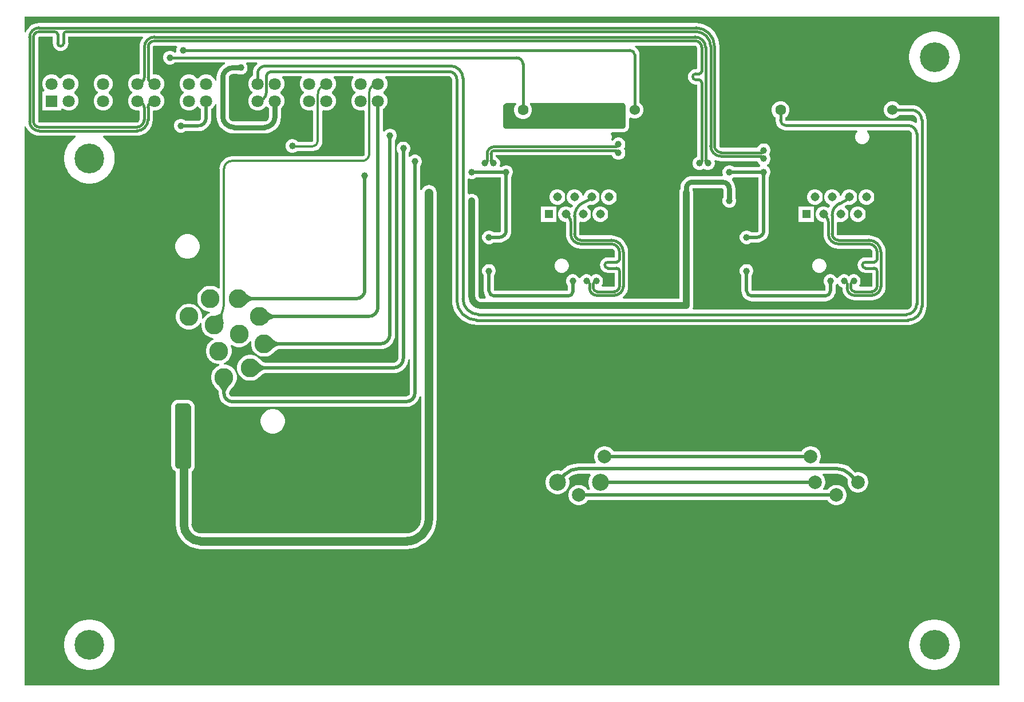
<source format=gtl>
G04*
G04 #@! TF.GenerationSoftware,Altium Limited,Altium Designer,24.5.2 (23)*
G04*
G04 Layer_Physical_Order=1*
G04 Layer_Color=255*
%FSLAX44Y44*%
%MOMM*%
G71*
G04*
G04 #@! TF.SameCoordinates,44D7EE50-CEF4-4518-91F5-DF1CE1C3C4A8*
G04*
G04*
G04 #@! TF.FilePolarity,Positive*
G04*
G01*
G75*
%ADD23C,0.7620*%
%ADD24C,0.3048*%
%ADD25C,0.3810*%
%ADD26C,0.5080*%
%ADD27C,1.2700*%
%ADD28C,1.0160*%
%ADD29C,2.0000*%
%ADD30C,2.5000*%
%ADD31R,1.3080X1.3080*%
%ADD32C,1.3080*%
%ADD33C,1.5240*%
%ADD34C,1.8000*%
%ADD35R,1.6000X1.6000*%
%ADD36C,1.6000*%
%ADD37C,4.4000*%
%ADD38R,1.8000X1.8000*%
%ADD39C,2.8000*%
%ADD40C,1.0000*%
G36*
X180703Y963489D02*
X179307Y961787D01*
X177252Y957944D01*
X175987Y953773D01*
X175560Y949436D01*
X175606D01*
Y910320D01*
X174310Y909325D01*
X170602D01*
X167021Y908365D01*
X163811Y906512D01*
X161189Y903890D01*
X159335Y900680D01*
X158376Y897099D01*
Y893391D01*
X159335Y889810D01*
X161189Y886600D01*
X163811Y883978D01*
X164533Y883561D01*
Y881529D01*
X163811Y881112D01*
X161189Y878490D01*
X159335Y875280D01*
X158376Y871699D01*
Y867991D01*
X159335Y864410D01*
X161189Y861200D01*
X163811Y858578D01*
X167021Y856725D01*
X170602Y855765D01*
X174310D01*
X175352Y854965D01*
Y842264D01*
X175358Y842225D01*
X175050Y840678D01*
X174152Y839334D01*
X172808Y838436D01*
X171261Y838128D01*
X171222Y838133D01*
X27225D01*
Y838169D01*
X26616Y838290D01*
X26101Y838635D01*
X25756Y839151D01*
X25635Y839759D01*
X25599D01*
Y964101D01*
X26291Y964828D01*
X27019Y965521D01*
X47288D01*
Y955453D01*
X47249D01*
X47642Y952469D01*
X48794Y949689D01*
X50626Y947301D01*
X53014Y945469D01*
X55794Y944317D01*
X58778Y943925D01*
X61762Y944317D01*
X64542Y945469D01*
X66930Y947301D01*
X68762Y949689D01*
X69914Y952469D01*
X70307Y955453D01*
X70268D01*
Y965521D01*
X179742D01*
X180703Y963489D01*
D02*
G37*
G36*
X1447521Y5179D02*
X5179D01*
Y832250D01*
X7211Y832551D01*
X7503Y831590D01*
X9476Y827899D01*
X12130Y824665D01*
X15365Y822010D01*
X19056Y820037D01*
X23060Y818822D01*
X27225Y818412D01*
Y818455D01*
X80714D01*
X81240Y816492D01*
X80567Y816104D01*
X76685Y813125D01*
X73225Y809665D01*
X70246Y805783D01*
X67800Y801545D01*
X65927Y797024D01*
X64661Y792298D01*
X64022Y787447D01*
Y782553D01*
X64661Y777702D01*
X65927Y772976D01*
X67800Y768455D01*
X70246Y764217D01*
X73225Y760335D01*
X76685Y756875D01*
X80567Y753896D01*
X84805Y751450D01*
X89326Y749577D01*
X94052Y748311D01*
X98903Y747672D01*
X103797D01*
X108648Y748311D01*
X113374Y749577D01*
X117895Y751450D01*
X122133Y753896D01*
X126015Y756875D01*
X129475Y760335D01*
X132454Y764217D01*
X134900Y768455D01*
X136773Y772976D01*
X138039Y777702D01*
X138678Y782553D01*
Y787447D01*
X138039Y792298D01*
X136773Y797024D01*
X134900Y801545D01*
X132454Y805783D01*
X129475Y809665D01*
X126015Y813125D01*
X122133Y816104D01*
X121460Y816492D01*
X121986Y818455D01*
X171222D01*
Y818400D01*
X175877Y818859D01*
X180354Y820217D01*
X184480Y822422D01*
X188096Y825390D01*
X191064Y829006D01*
X193269Y833132D01*
X194627Y837608D01*
X195086Y842264D01*
X195031D01*
Y855020D01*
X196002Y855765D01*
X199710D01*
X203291Y856725D01*
X206501Y858578D01*
X209123Y861200D01*
X210976Y864410D01*
X211936Y867991D01*
Y871699D01*
X210976Y875280D01*
X209123Y878490D01*
X206501Y881112D01*
X205779Y881529D01*
Y883561D01*
X206501Y883978D01*
X209123Y886600D01*
X210976Y889810D01*
X211936Y893391D01*
Y897099D01*
X210976Y900680D01*
X209123Y903890D01*
X206501Y906512D01*
X203291Y908365D01*
X199710Y909325D01*
X196002D01*
X195285Y909875D01*
Y949436D01*
X195304D01*
X195493Y950388D01*
X196033Y951195D01*
X196840Y951735D01*
X197793Y951924D01*
Y951943D01*
X230148D01*
X231321Y949911D01*
X230663Y948771D01*
X229976Y946207D01*
Y943553D01*
X230005Y943443D01*
X228642Y941597D01*
X227186Y941525D01*
X226687Y942024D01*
X224389Y943351D01*
X221825Y944038D01*
X219171D01*
X216607Y943351D01*
X214309Y942024D01*
X212432Y940147D01*
X211105Y937849D01*
X210418Y935285D01*
Y932631D01*
X211105Y930067D01*
X212432Y927769D01*
X214309Y925892D01*
X216607Y924565D01*
X219171Y923878D01*
X221825D01*
X224389Y924565D01*
X226687Y925892D01*
X227708Y926913D01*
X301508D01*
X302017Y924881D01*
X300200Y923909D01*
X296541Y920907D01*
X293538Y917248D01*
X291307Y913074D01*
X289933Y908545D01*
X289470Y903834D01*
X289509D01*
X289509Y903834D01*
Y899825D01*
X287477Y899557D01*
X287176Y900680D01*
X285323Y903890D01*
X282701Y906512D01*
X279491Y908365D01*
X275910Y909325D01*
X272202D01*
X268621Y908365D01*
X265411Y906512D01*
X262789Y903890D01*
X262372Y903168D01*
X260340D01*
X259923Y903890D01*
X257301Y906512D01*
X254091Y908365D01*
X250510Y909325D01*
X246802D01*
X243221Y908365D01*
X240011Y906512D01*
X237389Y903890D01*
X235536Y900680D01*
X234576Y897099D01*
Y893391D01*
X235536Y889810D01*
X237389Y886600D01*
X240011Y883978D01*
X240733Y883561D01*
Y881529D01*
X240011Y881112D01*
X237389Y878490D01*
X235536Y875280D01*
X234576Y871699D01*
Y867991D01*
X235536Y864410D01*
X237389Y861200D01*
X240011Y858578D01*
X243221Y856725D01*
X246802Y855765D01*
X250510D01*
X254091Y856725D01*
X257301Y858578D01*
X259923Y861200D01*
X260340Y861922D01*
X262372D01*
X262789Y861200D01*
X265411Y858578D01*
X266406Y858003D01*
Y845058D01*
X266416Y844980D01*
X266087Y843324D01*
X265105Y841853D01*
X263634Y840871D01*
X261978Y840542D01*
X261900Y840552D01*
X243522D01*
X242818Y841255D01*
X240520Y842582D01*
X237956Y843269D01*
X235302D01*
X232738Y842582D01*
X230440Y841255D01*
X228563Y839379D01*
X227236Y837080D01*
X226549Y834516D01*
Y831862D01*
X227236Y829298D01*
X228563Y827000D01*
X230440Y825123D01*
X232738Y823796D01*
X235302Y823109D01*
X237956D01*
X240520Y823796D01*
X242818Y825123D01*
X242875Y825180D01*
X261900D01*
Y825150D01*
X265784Y825533D01*
X269518Y826665D01*
X272960Y828505D01*
X275977Y830981D01*
X278453Y833998D01*
X280292Y837440D01*
X281425Y841174D01*
X281808Y845058D01*
X281778D01*
Y858045D01*
X282701Y858578D01*
X285323Y861200D01*
X287176Y864410D01*
X287477Y865533D01*
X289509Y865265D01*
Y847344D01*
X289463D01*
X289953Y842365D01*
X291406Y837577D01*
X293764Y833164D01*
X296938Y829297D01*
X300806Y826123D01*
X305219Y823764D01*
X310007Y822311D01*
X314986Y821821D01*
Y821867D01*
X360670D01*
Y821829D01*
X365350Y822290D01*
X369851Y823655D01*
X373999Y825872D01*
X377635Y828855D01*
X380618Y832491D01*
X382835Y836639D01*
X384201Y841140D01*
X384661Y845820D01*
X384623D01*
Y858900D01*
X386923Y861200D01*
X388776Y864410D01*
X389736Y867991D01*
Y871699D01*
X388776Y875280D01*
X386923Y878490D01*
X384301Y881112D01*
X383579Y881529D01*
Y883561D01*
X384301Y883978D01*
X386923Y886600D01*
X388776Y889810D01*
X389736Y893391D01*
Y897099D01*
X388776Y900680D01*
X386923Y903890D01*
X386369Y904444D01*
X387147Y906321D01*
X414965D01*
X415743Y904444D01*
X415189Y903890D01*
X413335Y900680D01*
X412376Y897099D01*
Y893391D01*
X413335Y889810D01*
X415189Y886600D01*
X417811Y883978D01*
X418533Y883561D01*
Y881529D01*
X417811Y881112D01*
X415189Y878490D01*
X413335Y875280D01*
X412376Y871699D01*
Y867991D01*
X413335Y864410D01*
X415189Y861200D01*
X417811Y858578D01*
X421021Y856725D01*
X424602Y855765D01*
X428310D01*
X430480Y856347D01*
X432512Y854835D01*
Y810897D01*
X431897Y809916D01*
X430916Y809301D01*
X409833D01*
X409666Y809591D01*
X407789Y811468D01*
X405490Y812795D01*
X402927Y813482D01*
X400273D01*
X397709Y812795D01*
X395411Y811468D01*
X393534Y809591D01*
X392207Y807293D01*
X391520Y804729D01*
Y802075D01*
X392207Y799511D01*
X393534Y797213D01*
X395411Y795336D01*
X397709Y794009D01*
X400273Y793322D01*
X402927D01*
X405490Y794009D01*
X407789Y795336D01*
X408432Y795979D01*
X431512D01*
Y795913D01*
X435236Y796403D01*
X438706Y797840D01*
X441686Y800127D01*
X443972Y803107D01*
X445410Y806577D01*
X445900Y810301D01*
X445834D01*
Y854809D01*
X447866Y856338D01*
X450002Y855765D01*
X453710D01*
X457291Y856725D01*
X460501Y858578D01*
X463123Y861200D01*
X464976Y864410D01*
X465936Y867991D01*
Y871699D01*
X464976Y875280D01*
X463123Y878490D01*
X460501Y881112D01*
X459779Y881529D01*
Y883561D01*
X460501Y883978D01*
X463123Y886600D01*
X464976Y889810D01*
X465936Y893391D01*
Y897099D01*
X464976Y900680D01*
X463123Y903890D01*
X462569Y904444D01*
X463346Y906321D01*
X491165D01*
X491943Y904444D01*
X491389Y903890D01*
X489535Y900680D01*
X488576Y897099D01*
Y893391D01*
X489535Y889810D01*
X491389Y886600D01*
X494011Y883978D01*
X494733Y883561D01*
Y881529D01*
X494011Y881112D01*
X491389Y878490D01*
X489535Y875280D01*
X488576Y871699D01*
Y867991D01*
X489535Y864410D01*
X491389Y861200D01*
X494011Y858578D01*
X497221Y856725D01*
X500802Y855765D01*
X504510D01*
X506699Y856352D01*
X508731Y854849D01*
Y791744D01*
X508733Y791725D01*
X508435Y790225D01*
X507574Y788937D01*
X506286Y788076D01*
X504786Y787778D01*
X504767Y787780D01*
X312114D01*
Y787811D01*
X308543Y787460D01*
X305109Y786418D01*
X301944Y784726D01*
X299170Y782450D01*
X296893Y779676D01*
X295201Y776511D01*
X294160Y773077D01*
X293808Y769505D01*
X293839D01*
Y592941D01*
X291807Y592325D01*
X289018Y594188D01*
X285546Y595627D01*
X281859Y596360D01*
X278101D01*
X274415Y595627D01*
X270942Y594188D01*
X267817Y592100D01*
X265160Y589443D01*
X263071Y586318D01*
X261633Y582845D01*
X260900Y579159D01*
Y575401D01*
X261633Y571715D01*
X263071Y568242D01*
X265160Y565117D01*
X267817Y562460D01*
X270942Y560372D01*
X274415Y558933D01*
X278101Y558200D01*
X279301D01*
X279705Y556168D01*
X277002Y555048D01*
X273877Y552960D01*
X271220Y550303D01*
X269407Y547590D01*
X267493Y548383D01*
X267620Y549021D01*
Y552779D01*
X266887Y556465D01*
X265448Y559938D01*
X263360Y563063D01*
X260703Y565720D01*
X257578Y567808D01*
X254105Y569247D01*
X250419Y569980D01*
X246661D01*
X242975Y569247D01*
X239502Y567808D01*
X236377Y565720D01*
X233720Y563063D01*
X231632Y559938D01*
X230193Y556465D01*
X229460Y552779D01*
Y549021D01*
X230193Y545335D01*
X231632Y541862D01*
X233720Y538737D01*
X236377Y536080D01*
X239502Y533992D01*
X242975Y532553D01*
X246661Y531820D01*
X250419D01*
X254105Y532553D01*
X257578Y533992D01*
X260703Y536080D01*
X263360Y538737D01*
X265173Y541449D01*
X267087Y540657D01*
X266960Y540019D01*
Y536261D01*
X267693Y532575D01*
X269132Y529102D01*
X271220Y525977D01*
X273877Y523320D01*
X277002Y521231D01*
X280475Y519793D01*
X284161Y519060D01*
X284236D01*
X284640Y517028D01*
X283772Y516669D01*
X280647Y514580D01*
X277990Y511923D01*
X275902Y508798D01*
X274463Y505326D01*
X273730Y501639D01*
Y497881D01*
X274463Y494195D01*
X275902Y490722D01*
X277990Y487597D01*
X280647Y484940D01*
X283772Y482851D01*
X287245Y481413D01*
X290931Y480680D01*
X293085D01*
X293489Y478648D01*
X291462Y477808D01*
X288337Y475720D01*
X285680Y473063D01*
X283591Y469938D01*
X282153Y466465D01*
X281420Y462779D01*
Y459021D01*
X282153Y455335D01*
X283591Y451862D01*
X285680Y448737D01*
X286705Y447712D01*
X286937Y447343D01*
X289430Y444707D01*
X290318Y443630D01*
X291082Y442594D01*
X291690Y441652D01*
X292147Y440817D01*
X292462Y440100D01*
X292653Y439514D01*
X292744Y439064D01*
X292752Y438959D01*
X292785Y436940D01*
X292785D01*
X293164Y433094D01*
X294286Y429396D01*
X296107Y425988D01*
X298559Y423001D01*
X301546Y420549D01*
X304954Y418728D01*
X308652Y417606D01*
X312498Y417227D01*
Y417256D01*
X570256D01*
Y417224D01*
X574239Y417616D01*
X578070Y418778D01*
X581600Y420665D01*
X584694Y423204D01*
X587233Y426298D01*
X589120Y429828D01*
X589969Y432628D01*
X592001Y432327D01*
Y251632D01*
X592045Y251299D01*
X591659Y247377D01*
X590418Y243285D01*
X588402Y239514D01*
X585689Y236209D01*
X582384Y233496D01*
X578613Y231480D01*
X574521Y230239D01*
X570599Y229853D01*
X570266Y229897D01*
X266218D01*
X265872Y229851D01*
X262604Y230281D01*
X259237Y231676D01*
X256345Y233895D01*
X254126Y236787D01*
X252731Y240154D01*
X252301Y243422D01*
X252346Y243768D01*
Y321909D01*
X254025Y323031D01*
X255107Y324113D01*
X256230Y325794D01*
X256816Y327207D01*
X256816Y327207D01*
X257063Y328450D01*
X257210Y329189D01*
X257210Y329190D01*
X257210Y329190D01*
X257210Y329955D01*
X257210Y415927D01*
X257210Y415928D01*
X257210Y416587D01*
X257110Y417087D01*
X257110Y417598D01*
X256853Y418892D01*
X256658Y419363D01*
X256558Y419864D01*
X256053Y421083D01*
X255770Y421507D01*
X255574Y421979D01*
X254841Y423076D01*
X254480Y423437D01*
X254197Y423861D01*
X253264Y424794D01*
X252840Y425078D01*
X252479Y425439D01*
X251381Y426172D01*
X250910Y426367D01*
X250486Y426651D01*
X249266Y427156D01*
X248766Y427255D01*
X248295Y427450D01*
X247000Y427708D01*
X246490D01*
X245990Y427808D01*
X231933Y427808D01*
X229951Y427413D01*
X228084Y426640D01*
X226404Y425517D01*
X224975Y424088D01*
X223852Y422408D01*
X223078Y420541D01*
X222684Y418558D01*
Y417548D01*
Y331188D01*
X222684Y330178D01*
X223078Y328195D01*
X223852Y326328D01*
X224275Y325696D01*
X224975Y324648D01*
X224975Y324648D01*
X226404Y323219D01*
X228084Y322096D01*
X229289Y321597D01*
Y243768D01*
X229274D01*
X229729Y237989D01*
X231082Y232352D01*
X233300Y226996D01*
X236330Y222053D01*
X240095Y217645D01*
X244503Y213880D01*
X249446Y210851D01*
X254802Y208632D01*
X260438Y207279D01*
X266218Y206824D01*
Y206839D01*
X570266D01*
X570307Y206845D01*
X576112Y207225D01*
X581858Y208368D01*
X587406Y210252D01*
X592661Y212843D01*
X597532Y216098D01*
X601937Y219961D01*
X605800Y224366D01*
X609055Y229237D01*
X611646Y234492D01*
X613530Y240040D01*
X614673Y245786D01*
X615053Y251591D01*
X615058Y251632D01*
Y506815D01*
Y734175D01*
X614666Y737159D01*
X613514Y739939D01*
X611682Y742327D01*
X609294Y744159D01*
X606514Y745311D01*
X603530Y745703D01*
X600546Y745311D01*
X597766Y744159D01*
X595378Y742327D01*
X593546Y739939D01*
X592674Y737833D01*
X590642Y738238D01*
Y773718D01*
X591022Y774099D01*
X592349Y776397D01*
X593036Y778961D01*
Y781615D01*
X592349Y784179D01*
X591022Y786477D01*
X589145Y788354D01*
X586847Y789681D01*
X584283Y790368D01*
X581629D01*
X579065Y789681D01*
X576767Y788354D01*
X575402Y786989D01*
X573370Y787713D01*
Y793023D01*
X573750Y793403D01*
X575077Y795701D01*
X575764Y798265D01*
Y800919D01*
X575077Y803483D01*
X573750Y805781D01*
X571873Y807658D01*
X569575Y808985D01*
X567011Y809672D01*
X564357D01*
X561793Y808985D01*
X559495Y807658D01*
X557618Y805781D01*
X556291Y803483D01*
X555604Y800919D01*
Y798265D01*
X556291Y795701D01*
X557618Y793403D01*
X557998Y793023D01*
Y489024D01*
X558023Y488834D01*
X557569Y486552D01*
X556168Y484455D01*
X554072Y483055D01*
X551790Y482601D01*
X551599Y482626D01*
X361678D01*
X361601Y482647D01*
X360906Y482696D01*
X360456Y482787D01*
X359870Y482978D01*
X359153Y483293D01*
X358318Y483750D01*
X357376Y484358D01*
X356391Y485084D01*
X353986Y487168D01*
X352700Y488433D01*
X352294Y488699D01*
X351233Y489760D01*
X348108Y491848D01*
X344636Y493287D01*
X340949Y494020D01*
X337191D01*
X333505Y493287D01*
X330032Y491848D01*
X326907Y489760D01*
X324250Y487103D01*
X322161Y483978D01*
X320723Y480505D01*
X319990Y476819D01*
Y473061D01*
X320723Y469375D01*
X322161Y465902D01*
X324250Y462777D01*
X326907Y460120D01*
X330032Y458032D01*
X333505Y456593D01*
X337191Y455860D01*
X340949D01*
X344636Y456593D01*
X348108Y458032D01*
X351233Y460120D01*
X352258Y461145D01*
X352627Y461377D01*
X355263Y463870D01*
X356340Y464758D01*
X357376Y465522D01*
X358318Y466130D01*
X359153Y466587D01*
X359870Y466902D01*
X360456Y467093D01*
X360906Y467184D01*
X361601Y467233D01*
X361678Y467254D01*
X551599D01*
Y467215D01*
X555854Y467634D01*
X559945Y468875D01*
X563716Y470891D01*
X567021Y473603D01*
X569733Y476908D01*
X571749Y480678D01*
X572990Y484770D01*
X573238Y487290D01*
X575270Y487191D01*
Y437642D01*
X575284Y437534D01*
X574921Y435709D01*
X573827Y434071D01*
X572188Y432976D01*
X570364Y432613D01*
X570256Y432628D01*
X312498D01*
X312432Y432619D01*
X310840Y432936D01*
X309433Y433875D01*
X308494Y435282D01*
X308177Y436874D01*
X308186Y436940D01*
Y438292D01*
X308207Y438369D01*
X308256Y439064D01*
X308347Y439514D01*
X308538Y440100D01*
X308853Y440817D01*
X309310Y441652D01*
X309918Y442594D01*
X310644Y443579D01*
X312728Y445984D01*
X313993Y447270D01*
X314259Y447676D01*
X315320Y448737D01*
X317409Y451862D01*
X318847Y455335D01*
X319580Y459021D01*
Y462779D01*
X318847Y466465D01*
X317409Y469938D01*
X315320Y473063D01*
X312663Y475720D01*
X309538Y477808D01*
X306066Y479247D01*
X302379Y479980D01*
X300225D01*
X299821Y482012D01*
X301848Y482851D01*
X304973Y484940D01*
X307630Y487597D01*
X309718Y490722D01*
X311157Y494195D01*
X311890Y497881D01*
Y501639D01*
X311157Y505326D01*
X310141Y507777D01*
X311783Y509124D01*
X313612Y507901D01*
X317085Y506463D01*
X320771Y505730D01*
X324529D01*
X328215Y506463D01*
X331688Y507901D01*
X334813Y509990D01*
X337470Y512647D01*
X338930Y514832D01*
X340844Y514039D01*
X340510Y512359D01*
Y508601D01*
X341243Y504915D01*
X342682Y501442D01*
X344770Y498317D01*
X347427Y495660D01*
X350552Y493572D01*
X354025Y492133D01*
X357711Y491400D01*
X361469D01*
X365155Y492133D01*
X368628Y493572D01*
X371753Y495660D01*
X372778Y496685D01*
X373147Y496917D01*
X375783Y499410D01*
X376860Y500298D01*
X377896Y501062D01*
X378838Y501670D01*
X379673Y502127D01*
X380390Y502442D01*
X380976Y502633D01*
X381426Y502724D01*
X382121Y502773D01*
X382198Y502794D01*
X532130D01*
Y502757D01*
X536318Y503169D01*
X540345Y504391D01*
X544056Y506374D01*
X547308Y509044D01*
X549978Y512296D01*
X551961Y516007D01*
X553183Y520034D01*
X553595Y524221D01*
X553558D01*
Y812073D01*
X553938Y812453D01*
X555265Y814751D01*
X555952Y817315D01*
Y819969D01*
X555265Y822533D01*
X553938Y824831D01*
X552061Y826708D01*
X549762Y828035D01*
X547199Y828722D01*
X544545D01*
X541981Y828035D01*
X539683Y826708D01*
X537806Y824831D01*
X537774Y824776D01*
X535742Y825320D01*
Y858024D01*
X536701Y858578D01*
X539323Y861200D01*
X541176Y864410D01*
X542136Y867991D01*
Y871699D01*
X541176Y875280D01*
X539323Y878490D01*
X536701Y881112D01*
X535979Y881529D01*
Y883561D01*
X536701Y883978D01*
X539323Y886600D01*
X541176Y889810D01*
X542136Y893391D01*
Y897099D01*
X541176Y900680D01*
X539323Y903890D01*
X538769Y904444D01*
X539547Y906321D01*
X633435D01*
X633484Y906328D01*
X635090Y906009D01*
X636493Y905071D01*
X637430Y903668D01*
X637749Y902063D01*
X637743Y902013D01*
Y575437D01*
X637689D01*
X638145Y569639D01*
X639503Y563984D01*
X641728Y558611D01*
X644767Y553653D01*
X648544Y549231D01*
X652966Y545454D01*
X657925Y542415D01*
X663298Y540190D01*
X668953Y538832D01*
X674750Y538376D01*
Y538429D01*
X1311786D01*
Y538404D01*
X1316162Y538748D01*
X1320430Y539773D01*
X1324486Y541453D01*
X1328229Y543746D01*
X1331567Y546597D01*
X1334418Y549935D01*
X1336711Y553678D01*
X1338391Y557733D01*
X1339416Y562002D01*
X1339760Y566378D01*
X1339734D01*
Y841421D01*
X1339781D01*
X1339354Y845756D01*
X1338090Y849925D01*
X1336036Y853766D01*
X1333273Y857134D01*
X1329906Y859897D01*
X1326064Y861951D01*
X1321895Y863215D01*
X1317560Y863642D01*
Y863595D01*
X1299597D01*
X1299162Y864348D01*
X1296798Y866712D01*
X1293902Y868384D01*
X1290672Y869250D01*
X1287328D01*
X1284098Y868384D01*
X1281202Y866712D01*
X1278837Y864348D01*
X1277165Y861452D01*
X1276300Y858222D01*
Y854878D01*
X1277165Y851648D01*
X1278837Y848752D01*
X1281202Y846387D01*
X1284098Y844715D01*
X1287328Y843850D01*
X1290672D01*
X1293902Y844715D01*
X1296798Y846387D01*
X1299162Y848752D01*
X1299597Y849505D01*
X1317560D01*
X1317570Y849506D01*
X1319653Y849232D01*
X1321603Y848424D01*
X1323278Y847139D01*
X1324563Y845464D01*
X1325371Y843514D01*
X1325645Y841431D01*
X1325644Y841421D01*
Y837937D01*
X1323807Y837068D01*
X1323433Y837375D01*
X1320013Y839203D01*
X1316303Y840328D01*
X1312444Y840708D01*
Y840673D01*
X1131220D01*
Y840698D01*
X1130831Y840859D01*
X1130670Y841248D01*
X1130645D01*
Y845514D01*
X1131631Y846083D01*
X1134067Y848519D01*
X1135789Y851501D01*
X1136680Y854828D01*
Y858272D01*
X1135789Y861599D01*
X1134067Y864581D01*
X1131631Y867017D01*
X1128649Y868739D01*
X1125322Y869630D01*
X1121878D01*
X1118551Y868739D01*
X1115569Y867017D01*
X1113133Y864581D01*
X1111411Y861599D01*
X1110520Y858272D01*
Y854828D01*
X1111411Y851501D01*
X1113133Y848519D01*
X1115569Y846083D01*
X1116555Y845514D01*
Y841248D01*
X1116489D01*
X1116991Y837435D01*
X1118463Y833883D01*
X1120804Y830832D01*
X1123855Y828491D01*
X1127407Y827019D01*
X1131220Y826517D01*
Y826583D01*
X1236641D01*
X1237395Y824551D01*
X1235966Y823122D01*
X1234578Y820718D01*
X1233860Y818038D01*
Y815262D01*
X1234578Y812582D01*
X1235966Y810178D01*
X1237928Y808216D01*
X1240332Y806828D01*
X1243012Y806110D01*
X1245788D01*
X1248468Y806828D01*
X1250872Y808216D01*
X1252834Y810178D01*
X1254222Y812582D01*
X1254940Y815262D01*
Y818038D01*
X1254222Y820718D01*
X1252834Y823122D01*
X1251405Y824551D01*
X1252159Y826583D01*
X1312444D01*
X1312573Y826600D01*
X1314624Y826192D01*
X1316472Y824957D01*
X1317708Y823108D01*
X1318116Y821057D01*
X1318098Y820928D01*
Y569468D01*
X1318102Y569443D01*
X1317813Y567251D01*
X1316957Y565185D01*
X1315596Y563411D01*
X1313822Y562049D01*
X1311756Y561193D01*
X1309563Y560905D01*
X1309539Y560908D01*
X994677D01*
X994467Y561055D01*
X993408Y562940D01*
X993532Y563241D01*
X993559Y563287D01*
X993572Y563338D01*
X994064Y564525D01*
X994232Y565799D01*
X994246Y565851D01*
Y565904D01*
X994413Y567178D01*
Y732114D01*
X994610Y732848D01*
Y735502D01*
X993923Y738065D01*
X993496Y738804D01*
Y740841D01*
X1037464D01*
X1038437Y740216D01*
X1039063Y739242D01*
Y726723D01*
X1038637Y725985D01*
X1037950Y723421D01*
Y720767D01*
X1038637Y718203D01*
X1039964Y715905D01*
X1041841Y714028D01*
X1044139Y712701D01*
X1046703Y712014D01*
X1049357D01*
X1051920Y712701D01*
X1054219Y714028D01*
X1056096Y715905D01*
X1057423Y718203D01*
X1058110Y720767D01*
Y723421D01*
X1057423Y725985D01*
X1056997Y726723D01*
Y739813D01*
X1057011D01*
X1056647Y743515D01*
X1055567Y747075D01*
X1053813Y750356D01*
X1051664Y752974D01*
X1051783Y754193D01*
X1052156Y755283D01*
X1054219Y756474D01*
X1054599Y756854D01*
X1091144D01*
Y678175D01*
X1091130D01*
X1090943Y677236D01*
X1090411Y676439D01*
X1089614Y675907D01*
X1088674Y675720D01*
Y675706D01*
X1079999D01*
X1079619Y676086D01*
X1077320Y677413D01*
X1074757Y678100D01*
X1072103D01*
X1069539Y677413D01*
X1067241Y676086D01*
X1065364Y674209D01*
X1064037Y671911D01*
X1063350Y669347D01*
Y666693D01*
X1064037Y664129D01*
X1065364Y661831D01*
X1067241Y659954D01*
X1069539Y658627D01*
X1072103Y657940D01*
X1074757D01*
X1077320Y658627D01*
X1079619Y659954D01*
X1079999Y660334D01*
X1088674D01*
Y660314D01*
X1092159Y660657D01*
X1095510Y661674D01*
X1098598Y663324D01*
X1101304Y665546D01*
X1103526Y668252D01*
X1105176Y671340D01*
X1106193Y674691D01*
X1106536Y678175D01*
X1106516D01*
Y757971D01*
X1106896Y758351D01*
X1108223Y760649D01*
X1108910Y763213D01*
Y765867D01*
X1108223Y768431D01*
X1106896Y770729D01*
X1105019Y772606D01*
X1103795Y773313D01*
Y775659D01*
X1105019Y776366D01*
X1106896Y778243D01*
X1108223Y780541D01*
X1108910Y783105D01*
Y785759D01*
X1108223Y788323D01*
X1106896Y790621D01*
X1106815Y790702D01*
X1106896Y790783D01*
X1108223Y793081D01*
X1108910Y795645D01*
Y798299D01*
X1108223Y800863D01*
X1106896Y803161D01*
X1105019Y805038D01*
X1102720Y806365D01*
X1100157Y807052D01*
X1097503D01*
X1094939Y806365D01*
X1092641Y805038D01*
X1090764Y803161D01*
X1089437Y800863D01*
X1089351Y800541D01*
X1035971D01*
Y800551D01*
X1034829Y800778D01*
X1033861Y801425D01*
X1033214Y802393D01*
X1032987Y803535D01*
X1032977D01*
X1032977Y803535D01*
Y950468D01*
X1033024D01*
X1032596Y955909D01*
X1031322Y961215D01*
X1029233Y966257D01*
X1026382Y970910D01*
X1022838Y975060D01*
X1018688Y978604D01*
X1014035Y981456D01*
X1008993Y983544D01*
X1003686Y984818D01*
X998246Y985246D01*
Y985199D01*
X26950D01*
Y985240D01*
X22840Y984836D01*
X18887Y983636D01*
X15244Y981689D01*
X12051Y979069D01*
X9430Y975876D01*
X7483Y972233D01*
X7211Y971337D01*
X5179Y971638D01*
Y994821D01*
X1447521D01*
Y5179D01*
D02*
G37*
G36*
X350306Y924881D02*
X348548Y923438D01*
X346270Y920662D01*
X344577Y917495D01*
X343535Y914059D01*
X343183Y910485D01*
X343211D01*
Y907436D01*
X341611Y906512D01*
X338989Y903890D01*
X337136Y900680D01*
X336176Y897099D01*
Y893391D01*
X337136Y889810D01*
X338989Y886600D01*
X341611Y883978D01*
X342333Y883561D01*
Y881529D01*
X341611Y881112D01*
X338989Y878490D01*
X337136Y875280D01*
X336176Y871699D01*
Y867991D01*
X337136Y864410D01*
X338989Y861200D01*
X341611Y858578D01*
X344821Y856725D01*
X348402Y855765D01*
X352110D01*
X355691Y856725D01*
X358901Y858578D01*
X361523Y861200D01*
X361940Y861922D01*
X363972D01*
X364389Y861200D01*
X366689Y858900D01*
Y845820D01*
X366716Y845618D01*
X366293Y843491D01*
X364973Y841517D01*
X362999Y840197D01*
X360872Y839774D01*
X360670Y839801D01*
X314986D01*
X314931Y839793D01*
X313030Y840044D01*
X311207Y840799D01*
X309642Y842000D01*
X308441Y843565D01*
X307686Y845388D01*
X307435Y847289D01*
X307442Y847344D01*
Y903834D01*
X307415Y904045D01*
X307848Y906223D01*
X309201Y908247D01*
X311225Y909600D01*
X313403Y910033D01*
X313613Y910005D01*
X320517D01*
X321255Y909579D01*
X323819Y908892D01*
X326473D01*
X329036Y909579D01*
X331335Y910906D01*
X333212Y912783D01*
X334539Y915081D01*
X335226Y917645D01*
Y920299D01*
X334539Y922863D01*
X333374Y924881D01*
X334013Y926913D01*
X349579D01*
X350306Y924881D01*
D02*
G37*
G36*
X997079Y951935D02*
X998252Y951702D01*
X999247Y951037D01*
X999911Y950042D01*
X1000145Y948869D01*
X1000153D01*
Y925337D01*
Y917361D01*
X998195Y917180D01*
Y917180D01*
X995212Y916787D01*
X992431Y915636D01*
X990044Y913804D01*
X988212Y911416D01*
X987060Y908635D01*
X986667Y905652D01*
X987060Y902668D01*
X988212Y899887D01*
X990044Y897500D01*
X992431Y895668D01*
X995212Y894516D01*
X998195Y894123D01*
Y894123D01*
X1000153Y893942D01*
Y884349D01*
Y787227D01*
X999831Y787141D01*
X997533Y785814D01*
X995656Y783937D01*
X994329Y781639D01*
X993642Y779075D01*
Y776421D01*
X994329Y773857D01*
X995656Y771559D01*
X997533Y769682D01*
X999831Y768355D01*
X1002395Y767668D01*
X1005049D01*
X1007613Y768355D01*
X1009911Y769682D01*
X1009992Y769763D01*
X1010073Y769682D01*
X1012371Y768355D01*
X1014935Y767668D01*
X1017589D01*
X1020153Y768355D01*
X1022451Y769682D01*
X1024328Y771559D01*
X1025655Y773857D01*
X1026342Y776421D01*
Y779075D01*
X1025822Y781016D01*
X1027055Y782312D01*
X1027436Y782495D01*
X1031538Y781250D01*
X1035971Y780814D01*
Y780863D01*
X1089351D01*
X1089437Y780541D01*
X1090764Y778243D01*
X1092641Y776366D01*
X1093865Y775659D01*
Y773313D01*
X1092641Y772606D01*
X1092260Y772226D01*
X1054599D01*
X1054219Y772606D01*
X1051920Y773933D01*
X1049357Y774620D01*
X1046703D01*
X1044139Y773933D01*
X1041841Y772606D01*
X1039964Y770729D01*
X1038637Y768431D01*
X1037950Y765867D01*
Y763213D01*
X1038637Y760649D01*
X1038707Y760528D01*
X1037373Y758775D01*
X993236D01*
Y758783D01*
X989787Y758443D01*
X986470Y757437D01*
X983413Y755803D01*
X980733Y753604D01*
X978534Y750925D01*
X976901Y747868D01*
X975894Y744551D01*
X975555Y741102D01*
X975555D01*
X975433Y739120D01*
X975291Y738934D01*
X974267Y736463D01*
X973918Y733811D01*
Y577425D01*
X890795D01*
X890068Y579457D01*
X892146Y581163D01*
X894732Y584314D01*
X896654Y587910D01*
X897837Y591811D01*
X898237Y595868D01*
X898197D01*
Y645868D01*
X898258D01*
X897774Y650783D01*
X896340Y655509D01*
X894012Y659865D01*
X890879Y663683D01*
X887061Y666816D01*
X882705Y669145D01*
X877979Y670578D01*
X873064Y671062D01*
Y671001D01*
X828160D01*
Y671027D01*
X827342Y671190D01*
X826647Y671654D01*
X826184Y672348D01*
X826021Y673166D01*
X825995D01*
Y690053D01*
X828027Y691291D01*
X830120Y690730D01*
X833180D01*
X836135Y691522D01*
X838785Y693052D01*
X840948Y695215D01*
X842478Y697865D01*
X843270Y700820D01*
Y703880D01*
X842478Y706835D01*
X840948Y709485D01*
X838785Y711648D01*
X837547Y712363D01*
X837589Y714685D01*
X841157Y716576D01*
X842820Y716130D01*
X845880D01*
X848835Y716922D01*
X851485Y718452D01*
X853648Y720615D01*
X855178Y723265D01*
X855970Y726220D01*
Y729280D01*
X855178Y732235D01*
X853648Y734885D01*
X851485Y737048D01*
X848835Y738578D01*
X845880Y739370D01*
X842820D01*
X839865Y738578D01*
X837215Y737048D01*
X835052Y734885D01*
X833522Y732235D01*
X832886Y729861D01*
X832510Y729634D01*
X830233Y730538D01*
X829778Y732235D01*
X828248Y734885D01*
X826085Y737048D01*
X823435Y738578D01*
X820480Y739370D01*
X817420D01*
X814465Y738578D01*
X811815Y737048D01*
X809652Y734885D01*
X808122Y732235D01*
X807330Y729280D01*
Y726220D01*
X808122Y723265D01*
X809652Y720615D01*
X811815Y718452D01*
X814465Y716922D01*
X815673Y716598D01*
X816426Y714711D01*
X815199Y712708D01*
X815009Y712487D01*
X812704Y712041D01*
X810735Y713178D01*
X807780Y713970D01*
X804720D01*
X801765Y713178D01*
X799115Y711648D01*
X796952Y709485D01*
X795422Y706835D01*
X794630Y703880D01*
Y700820D01*
X795422Y697865D01*
X796952Y695215D01*
X799115Y693052D01*
X801765Y691522D01*
X804720Y690730D01*
X806317D01*
Y673166D01*
X806272D01*
X806692Y668896D01*
X807938Y664790D01*
X809960Y661006D01*
X812683Y657689D01*
X816000Y654967D01*
X819784Y652944D01*
X823890Y651698D01*
X828160Y651278D01*
Y651323D01*
X873064D01*
X873181Y651338D01*
X875166Y650943D01*
X876948Y649753D01*
X878139Y647970D01*
X878534Y645985D01*
X878519Y645868D01*
Y638517D01*
X868167D01*
Y638556D01*
X865183Y638163D01*
X862402Y637011D01*
X860015Y635179D01*
X858183Y632791D01*
X857031Y630011D01*
X856638Y627027D01*
X857031Y624043D01*
X858183Y621263D01*
X860015Y618875D01*
X862402Y617043D01*
X865183Y615891D01*
X868167Y615498D01*
Y615537D01*
X878519D01*
Y609643D01*
Y596349D01*
X877881Y595428D01*
X876960Y594790D01*
X859406D01*
X858564Y596822D01*
X858988Y597246D01*
X860315Y599545D01*
X861002Y602108D01*
Y604762D01*
X860315Y607326D01*
X858988Y609625D01*
X857111Y611502D01*
X854812Y612828D01*
X852249Y613516D01*
X849595D01*
X847031Y612828D01*
X844733Y611502D01*
X843889Y610658D01*
X843046Y611502D01*
X840748Y612828D01*
X838184Y613516D01*
X835530D01*
X832966Y612828D01*
X830668Y611502D01*
X828791Y609625D01*
X827784Y607881D01*
X827189Y607711D01*
X826118D01*
X825523Y607881D01*
X824516Y609625D01*
X822639Y611502D01*
X820341Y612828D01*
X817777Y613516D01*
X815123D01*
X812559Y612828D01*
X810261Y611502D01*
X808384Y609625D01*
X807057Y607326D01*
X806370Y604762D01*
Y602108D01*
X807057Y599545D01*
X808384Y597246D01*
X808764Y596866D01*
Y588872D01*
X700300D01*
Y588923D01*
X700206Y588963D01*
X700167Y589057D01*
X700116D01*
Y611799D01*
X700496Y612179D01*
X701823Y614477D01*
X702510Y617041D01*
Y619695D01*
X701823Y622259D01*
X700496Y624557D01*
X698619Y626434D01*
X696320Y627761D01*
X693757Y628448D01*
X691103D01*
X688539Y627761D01*
X686241Y626434D01*
X684364Y624557D01*
X683037Y622259D01*
X682350Y619695D01*
Y617041D01*
X683037Y614477D01*
X684364Y612179D01*
X684744Y611799D01*
Y589057D01*
X684735D01*
X685034Y586020D01*
X685920Y583100D01*
X687358Y580409D01*
X688139Y579457D01*
X687178Y577425D01*
X680238D01*
X680184Y577418D01*
X679098Y577634D01*
X678132Y578280D01*
X677486Y579246D01*
X677270Y580331D01*
X677278Y580386D01*
Y722094D01*
X677110Y723368D01*
Y723421D01*
X677096Y723473D01*
X676928Y724746D01*
X676437Y725933D01*
X676423Y725985D01*
X676396Y726031D01*
X675905Y727218D01*
X675122Y728237D01*
X675096Y728283D01*
X675058Y728321D01*
X674276Y729340D01*
X673257Y730122D01*
X673219Y730160D01*
X673173Y730187D01*
X672154Y730969D01*
X670967Y731460D01*
X670920Y731487D01*
X670869Y731501D01*
X669682Y731992D01*
X668408Y732160D01*
X668357Y732174D01*
X668304D01*
X667030Y732342D01*
X665756Y732174D01*
X665703D01*
X665651Y732160D01*
X664378Y731992D01*
X663190Y731501D01*
X663139Y731487D01*
X663093Y731460D01*
X663009Y731426D01*
X660977Y732695D01*
Y754363D01*
X662737Y755379D01*
X663139Y755147D01*
X665703Y754460D01*
X668357D01*
X670920Y755147D01*
X673219Y756474D01*
X673599Y756854D01*
X710144D01*
Y678175D01*
X710130D01*
X709943Y677236D01*
X709411Y676439D01*
X708614Y675907D01*
X707674Y675720D01*
Y675706D01*
X698999D01*
X698619Y676086D01*
X696320Y677413D01*
X693757Y678100D01*
X691103D01*
X688539Y677413D01*
X686241Y676086D01*
X684364Y674209D01*
X683037Y671911D01*
X682350Y669347D01*
Y666693D01*
X683037Y664129D01*
X684364Y661831D01*
X686241Y659954D01*
X688539Y658627D01*
X691103Y657940D01*
X693757D01*
X696320Y658627D01*
X698619Y659954D01*
X698999Y660334D01*
X707674D01*
Y660314D01*
X711159Y660657D01*
X714510Y661674D01*
X717598Y663324D01*
X720304Y665546D01*
X722526Y668252D01*
X724176Y671340D01*
X725193Y674691D01*
X725536Y678175D01*
X725516D01*
Y757971D01*
X725896Y758351D01*
X727223Y760649D01*
X727910Y763213D01*
Y765867D01*
X727223Y768431D01*
X725896Y770729D01*
X724019Y772606D01*
X721721Y773933D01*
X719157Y774620D01*
X716503D01*
X713939Y773933D01*
X711641Y772606D01*
X711260Y772226D01*
X709064D01*
X708397Y773380D01*
X708135Y774258D01*
X708761Y776595D01*
Y779249D01*
X708074Y781813D01*
X706747Y784111D01*
X704870Y785988D01*
X702572Y787315D01*
X702250Y787401D01*
Y789490D01*
X874387D01*
X874473Y789168D01*
X875800Y786870D01*
X877677Y784993D01*
X879975Y783666D01*
X882539Y782979D01*
X885193D01*
X887757Y783666D01*
X890055Y784993D01*
X891932Y786870D01*
X893259Y789168D01*
X893946Y791732D01*
Y794386D01*
X893259Y796950D01*
X891932Y799248D01*
X891851Y799329D01*
X891932Y799410D01*
X893259Y801708D01*
X893946Y804272D01*
Y806926D01*
X893259Y809490D01*
X891932Y811788D01*
X890055Y813665D01*
X887757Y814992D01*
X885193Y815679D01*
X882539D01*
X879975Y814992D01*
X877677Y813665D01*
X875800Y811788D01*
X875115Y810603D01*
X874426D01*
X873222Y812582D01*
X873940Y815262D01*
Y818038D01*
X873222Y820718D01*
X872790Y821466D01*
X873963Y823498D01*
X891094D01*
X893076Y823892D01*
X894691Y824561D01*
X896371Y825684D01*
X897607Y826920D01*
X897607Y826920D01*
X898730Y828600D01*
X899399Y830215D01*
X899793Y832197D01*
Y844277D01*
X901825Y845450D01*
X903098Y844715D01*
X906328Y843850D01*
X909672D01*
X912902Y844715D01*
X915798Y846387D01*
X918162Y848752D01*
X919834Y851648D01*
X920700Y854878D01*
Y858222D01*
X919834Y861452D01*
X918162Y864348D01*
X915798Y866712D01*
X915045Y867147D01*
Y937762D01*
X915107D01*
X914622Y941444D01*
X913201Y944874D01*
X910940Y947821D01*
X908216Y949911D01*
X908247Y950674D01*
X908787Y951943D01*
X997079D01*
Y951935D01*
D02*
G37*
G36*
X892522Y866033D02*
X893879Y864676D01*
X894614Y862902D01*
Y832197D01*
X893945Y830582D01*
X892709Y829346D01*
X891094Y828678D01*
X716506D01*
X715016Y829295D01*
X713875Y830435D01*
X713258Y831926D01*
Y861885D01*
X714186Y864125D01*
X715901Y865840D01*
X718141Y866768D01*
X731665D01*
X732443Y864891D01*
X732133Y864581D01*
X730411Y861599D01*
X729520Y858272D01*
Y854828D01*
X730411Y851501D01*
X732133Y848519D01*
X734569Y846083D01*
X737551Y844361D01*
X740878Y843470D01*
X744322D01*
X747649Y844361D01*
X750631Y846083D01*
X753067Y848519D01*
X754789Y851501D01*
X755680Y854828D01*
Y858272D01*
X754789Y861599D01*
X753067Y864581D01*
X752757Y864891D01*
X753535Y866768D01*
X890748D01*
X892522Y866033D01*
D02*
G37*
G36*
X332421Y585701D02*
X335102Y583377D01*
X336381Y582434D01*
X337618Y581635D01*
X338815Y580982D01*
X339970Y580473D01*
X341084Y580110D01*
X342156Y579893D01*
X343188Y579820D01*
Y574740D01*
X342156Y574667D01*
X341084Y574450D01*
X339970Y574087D01*
X338815Y573578D01*
X337618Y572925D01*
X336381Y572126D01*
X335102Y571183D01*
X333782Y570094D01*
X331018Y567480D01*
Y587080D01*
X332421Y585701D01*
D02*
G37*
G36*
X363861Y559321D02*
X366542Y556997D01*
X367821Y556054D01*
X369058Y555255D01*
X370255Y554602D01*
X371410Y554093D01*
X372524Y553730D01*
X373596Y553513D01*
X374628Y553440D01*
Y548360D01*
X373596Y548287D01*
X372524Y548070D01*
X371410Y547707D01*
X370255Y547198D01*
X369058Y546545D01*
X367821Y545746D01*
X366542Y544803D01*
X365222Y543714D01*
X362458Y541100D01*
Y560700D01*
X363861Y559321D01*
D02*
G37*
G36*
X299080Y555990D02*
X298885Y555262D01*
X298751Y554346D01*
X298678Y553243D01*
X298666Y551952D01*
X298825Y548806D01*
X299230Y544910D01*
X299878Y540263D01*
X284194Y552018D01*
X286268Y552336D01*
X289853Y553151D01*
X291366Y553649D01*
X292691Y554206D01*
X293829Y554822D01*
X294780Y555498D01*
X295543Y556234D01*
X296120Y557030D01*
X296509Y557885D01*
X299080Y555990D01*
D02*
G37*
G36*
X370991Y518901D02*
X373672Y516577D01*
X374951Y515634D01*
X376189Y514835D01*
X377385Y514182D01*
X378540Y513673D01*
X379654Y513310D01*
X380726Y513093D01*
X381758Y513020D01*
Y507940D01*
X380726Y507867D01*
X379654Y507650D01*
X378540Y507287D01*
X377385Y506778D01*
X376189Y506125D01*
X374951Y505326D01*
X373672Y504383D01*
X372352Y503294D01*
X369588Y500680D01*
Y520280D01*
X370991Y518901D01*
D02*
G37*
G36*
X350471Y483361D02*
X353152Y481037D01*
X354431Y480094D01*
X355668Y479295D01*
X356865Y478642D01*
X358020Y478133D01*
X359134Y477770D01*
X360206Y477553D01*
X361238Y477480D01*
Y472400D01*
X360206Y472327D01*
X359134Y472110D01*
X358020Y471747D01*
X356865Y471238D01*
X355668Y470585D01*
X354431Y469786D01*
X353152Y468843D01*
X351832Y467754D01*
X349068Y465140D01*
Y484740D01*
X350471Y483361D01*
D02*
G37*
G36*
X308921Y449499D02*
X306597Y446818D01*
X305654Y445539D01*
X304855Y444301D01*
X304202Y443105D01*
X303693Y441950D01*
X303330Y440836D01*
X303113Y439764D01*
X303040Y438732D01*
X297960D01*
X297887Y439764D01*
X297670Y440836D01*
X297307Y441950D01*
X296798Y443105D01*
X296145Y444301D01*
X295346Y445539D01*
X294403Y446818D01*
X293314Y448138D01*
X290700Y450902D01*
X310300D01*
X308921Y449499D01*
D02*
G37*
G36*
X245330Y422628D02*
X245990D01*
X247284Y422370D01*
X248504Y421865D01*
X249601Y421132D01*
X250535Y420199D01*
X251268Y419101D01*
X251773Y417882D01*
X252030Y416587D01*
X252030Y415927D01*
X252031Y415927D01*
X252031Y329955D01*
X252031Y329189D01*
X251445Y327776D01*
X250363Y326694D01*
X248949Y326108D01*
X248184Y326108D01*
X232944Y326108D01*
X231933Y326108D01*
X230066Y326881D01*
X228637Y328310D01*
X227864Y330177D01*
X227864Y331188D01*
Y331188D01*
Y417548D01*
Y418558D01*
X228637Y420425D01*
X230066Y421855D01*
X231933Y422628D01*
X232944D01*
X245330Y422628D01*
D02*
G37*
%LPC*%
G36*
X72710Y909325D02*
X69002D01*
X65421Y908365D01*
X62211Y906512D01*
X59589Y903890D01*
X59172Y903168D01*
X57140D01*
X56723Y903890D01*
X54101Y906512D01*
X50891Y908365D01*
X47310Y909325D01*
X43602D01*
X40021Y908365D01*
X36811Y906512D01*
X34189Y903890D01*
X32336Y900680D01*
X31376Y897099D01*
Y893391D01*
X32336Y889810D01*
X34189Y886600D01*
X34832Y885957D01*
X33990Y883925D01*
X31376D01*
Y855765D01*
X59536D01*
Y858379D01*
X61568Y859221D01*
X62211Y858578D01*
X65421Y856725D01*
X69002Y855765D01*
X72710D01*
X76291Y856725D01*
X79501Y858578D01*
X82123Y861200D01*
X83976Y864410D01*
X84936Y867991D01*
Y871699D01*
X83976Y875280D01*
X82123Y878490D01*
X79501Y881112D01*
X78779Y881529D01*
Y883561D01*
X79501Y883978D01*
X82123Y886600D01*
X83976Y889810D01*
X84936Y893391D01*
Y897099D01*
X83976Y900680D01*
X82123Y903890D01*
X79501Y906512D01*
X76291Y908365D01*
X72710Y909325D01*
D02*
G37*
G36*
X123510Y909325D02*
X119802D01*
X116221Y908365D01*
X113011Y906512D01*
X110389Y903890D01*
X108535Y900680D01*
X107576Y897099D01*
Y893391D01*
X108535Y889810D01*
X110389Y886600D01*
X113011Y883978D01*
X113733Y883561D01*
Y881529D01*
X113011Y881112D01*
X110389Y878490D01*
X108535Y875280D01*
X107576Y871699D01*
Y867991D01*
X108535Y864410D01*
X110389Y861200D01*
X113011Y858578D01*
X116221Y856725D01*
X119802Y855765D01*
X123510D01*
X127091Y856725D01*
X130301Y858578D01*
X132923Y861200D01*
X134776Y864410D01*
X135736Y867991D01*
Y871699D01*
X134776Y875280D01*
X132923Y878490D01*
X130301Y881112D01*
X129579Y881529D01*
Y883561D01*
X130301Y883978D01*
X132923Y886600D01*
X134776Y889810D01*
X135736Y893391D01*
Y897099D01*
X134776Y900680D01*
X132923Y903890D01*
X130301Y906512D01*
X127091Y908365D01*
X123510Y909325D01*
D02*
G37*
G36*
X1353797Y972328D02*
X1348903D01*
X1344052Y971689D01*
X1339326Y970423D01*
X1334805Y968550D01*
X1330567Y966104D01*
X1326685Y963125D01*
X1323225Y959665D01*
X1320246Y955783D01*
X1317800Y951545D01*
X1315927Y947024D01*
X1314661Y942298D01*
X1314022Y937447D01*
Y932553D01*
X1314661Y927702D01*
X1315927Y922976D01*
X1317800Y918455D01*
X1320246Y914217D01*
X1323225Y910335D01*
X1326685Y906875D01*
X1330567Y903896D01*
X1334805Y901450D01*
X1339326Y899577D01*
X1344052Y898311D01*
X1348903Y897672D01*
X1353797D01*
X1358648Y898311D01*
X1363374Y899577D01*
X1367895Y901450D01*
X1372133Y903896D01*
X1376015Y906875D01*
X1379475Y910335D01*
X1382454Y914217D01*
X1384900Y918455D01*
X1386773Y922976D01*
X1388039Y927702D01*
X1388678Y932553D01*
Y937447D01*
X1388039Y942298D01*
X1386773Y947024D01*
X1384900Y951545D01*
X1382454Y955783D01*
X1379475Y959665D01*
X1376015Y963125D01*
X1372133Y966104D01*
X1367895Y968550D01*
X1363374Y970423D01*
X1358648Y971689D01*
X1353797Y972328D01*
D02*
G37*
G36*
X1226880Y739370D02*
X1223820D01*
X1220865Y738578D01*
X1218215Y737048D01*
X1216052Y734885D01*
X1214522Y732235D01*
X1213827Y729642D01*
X1213533Y729447D01*
X1213413Y729437D01*
X1211702Y730044D01*
X1211232Y730543D01*
X1210778Y732235D01*
X1209248Y734885D01*
X1207085Y737048D01*
X1204435Y738578D01*
X1201480Y739370D01*
X1198420D01*
X1195465Y738578D01*
X1192815Y737048D01*
X1190652Y734885D01*
X1189122Y732235D01*
X1188330Y729280D01*
Y726220D01*
X1189122Y723265D01*
X1190652Y720615D01*
X1192815Y718452D01*
X1195465Y716922D01*
X1196320Y716693D01*
X1197073Y714805D01*
X1195944Y712963D01*
X1195687Y712746D01*
X1193399Y712217D01*
X1191735Y713178D01*
X1188780Y713970D01*
X1185720D01*
X1182765Y713178D01*
X1180115Y711648D01*
X1177952Y709485D01*
X1176422Y706835D01*
X1175630Y703880D01*
Y700820D01*
X1176422Y697865D01*
X1177952Y695215D01*
X1180115Y693052D01*
X1182765Y691522D01*
X1185720Y690730D01*
X1187317D01*
Y673166D01*
X1187272D01*
X1187692Y668896D01*
X1188938Y664790D01*
X1190960Y661006D01*
X1193683Y657689D01*
X1197000Y654967D01*
X1200784Y652944D01*
X1204890Y651698D01*
X1209160Y651278D01*
Y651323D01*
X1254064D01*
X1254181Y651338D01*
X1256166Y650943D01*
X1257948Y649753D01*
X1259139Y647970D01*
X1259534Y645985D01*
X1259519Y645868D01*
Y638517D01*
X1249167D01*
Y638556D01*
X1246183Y638163D01*
X1243402Y637011D01*
X1241015Y635179D01*
X1239183Y632791D01*
X1238031Y630011D01*
X1237638Y627027D01*
X1238031Y624043D01*
X1239183Y621263D01*
X1241015Y618875D01*
X1243402Y617043D01*
X1246183Y615891D01*
X1249167Y615498D01*
Y615537D01*
X1259519D01*
Y609643D01*
Y596349D01*
X1258881Y595428D01*
X1257960Y594790D01*
X1240406D01*
X1239564Y596822D01*
X1239988Y597246D01*
X1241315Y599545D01*
X1242002Y602108D01*
Y604762D01*
X1241315Y607326D01*
X1239988Y609625D01*
X1238111Y611502D01*
X1235813Y612828D01*
X1233249Y613516D01*
X1230595D01*
X1228031Y612828D01*
X1225732Y611502D01*
X1224889Y610658D01*
X1224046Y611502D01*
X1221748Y612828D01*
X1219184Y613516D01*
X1216530D01*
X1213966Y612828D01*
X1211668Y611502D01*
X1209791Y609625D01*
X1208784Y607881D01*
X1208189Y607711D01*
X1207118D01*
X1206523Y607881D01*
X1205516Y609625D01*
X1203639Y611502D01*
X1201341Y612828D01*
X1198777Y613516D01*
X1196123D01*
X1193559Y612828D01*
X1191261Y611502D01*
X1189384Y609625D01*
X1188057Y607326D01*
X1187370Y604762D01*
Y602108D01*
X1188057Y599545D01*
X1189384Y597246D01*
X1189764Y596866D01*
Y588930D01*
X1189724Y588913D01*
X1189707Y588872D01*
X1081300D01*
Y588923D01*
X1081206Y588963D01*
X1081167Y589057D01*
X1081116D01*
Y611799D01*
X1081496Y612179D01*
X1082823Y614477D01*
X1083510Y617041D01*
Y619695D01*
X1082823Y622259D01*
X1081496Y624557D01*
X1079619Y626434D01*
X1077320Y627761D01*
X1074757Y628448D01*
X1072103D01*
X1069539Y627761D01*
X1067241Y626434D01*
X1065364Y624557D01*
X1064037Y622259D01*
X1063350Y619695D01*
Y617041D01*
X1064037Y614477D01*
X1065364Y612179D01*
X1065744Y611799D01*
Y589057D01*
X1065735D01*
X1066034Y586020D01*
X1066920Y583100D01*
X1068358Y580409D01*
X1070294Y578051D01*
X1072653Y576115D01*
X1075343Y574677D01*
X1078263Y573791D01*
X1081300Y573492D01*
Y573501D01*
X1189791D01*
Y573493D01*
X1192786Y573788D01*
X1195666Y574661D01*
X1198321Y576080D01*
X1200647Y577990D01*
X1202557Y580316D01*
X1203975Y582970D01*
X1204849Y585850D01*
X1205144Y588846D01*
X1205136D01*
Y596866D01*
X1205516Y597246D01*
X1206523Y598990D01*
X1207118Y599160D01*
X1208189D01*
X1208784Y598990D01*
X1209791Y597246D01*
X1211668Y595369D01*
X1213498Y594313D01*
X1215024Y593090D01*
X1215370Y589577D01*
X1216394Y586200D01*
X1218058Y583087D01*
X1220297Y580359D01*
X1223025Y578120D01*
X1226138Y576456D01*
X1229516Y575431D01*
X1233028Y575085D01*
Y575112D01*
X1258441D01*
Y575072D01*
X1262498Y575471D01*
X1266399Y576655D01*
X1269995Y578577D01*
X1273146Y581163D01*
X1275732Y584314D01*
X1277654Y587910D01*
X1278837Y591811D01*
X1279237Y595868D01*
X1279197D01*
Y645868D01*
X1279258D01*
X1278774Y650783D01*
X1277340Y655509D01*
X1275012Y659865D01*
X1271879Y663683D01*
X1268061Y666816D01*
X1263705Y669145D01*
X1258979Y670578D01*
X1254064Y671062D01*
Y671001D01*
X1209160D01*
Y671027D01*
X1208342Y671190D01*
X1207647Y671654D01*
X1207184Y672348D01*
X1207021Y673166D01*
X1206995D01*
Y690053D01*
X1209027Y691291D01*
X1211120Y690730D01*
X1214180D01*
X1217135Y691522D01*
X1219785Y693052D01*
X1221948Y695215D01*
X1223478Y697865D01*
X1224270Y700820D01*
Y703880D01*
X1223478Y706835D01*
X1221948Y709485D01*
X1219785Y711648D01*
X1218776Y712231D01*
X1218818Y714553D01*
X1222475Y716490D01*
X1223820Y716130D01*
X1226880D01*
X1229835Y716922D01*
X1232485Y718452D01*
X1234648Y720615D01*
X1236178Y723265D01*
X1236970Y726220D01*
Y729280D01*
X1236178Y732235D01*
X1234648Y734885D01*
X1232485Y737048D01*
X1229835Y738578D01*
X1226880Y739370D01*
D02*
G37*
G36*
X1252280D02*
X1249220D01*
X1246265Y738578D01*
X1243615Y737048D01*
X1241452Y734885D01*
X1239922Y732235D01*
X1239130Y729280D01*
Y726220D01*
X1239922Y723265D01*
X1241452Y720615D01*
X1243615Y718452D01*
X1246265Y716922D01*
X1249220Y716130D01*
X1252280D01*
X1255235Y716922D01*
X1257885Y718452D01*
X1260048Y720615D01*
X1261578Y723265D01*
X1262370Y726220D01*
Y729280D01*
X1261578Y732235D01*
X1260048Y734885D01*
X1257885Y737048D01*
X1255235Y738578D01*
X1252280Y739370D01*
D02*
G37*
G36*
X1176080D02*
X1173020D01*
X1170065Y738578D01*
X1167415Y737048D01*
X1165252Y734885D01*
X1163722Y732235D01*
X1162930Y729280D01*
Y726220D01*
X1163722Y723265D01*
X1165252Y720615D01*
X1167415Y718452D01*
X1170065Y716922D01*
X1173020Y716130D01*
X1176080D01*
X1179035Y716922D01*
X1181685Y718452D01*
X1183848Y720615D01*
X1185378Y723265D01*
X1186170Y726220D01*
Y729280D01*
X1185378Y732235D01*
X1183848Y734885D01*
X1181685Y737048D01*
X1179035Y738578D01*
X1176080Y739370D01*
D02*
G37*
G36*
X1239580Y713970D02*
X1236520D01*
X1233565Y713178D01*
X1230915Y711648D01*
X1228752Y709485D01*
X1227222Y706835D01*
X1226430Y703880D01*
Y700820D01*
X1227222Y697865D01*
X1228752Y695215D01*
X1230915Y693052D01*
X1233565Y691522D01*
X1236520Y690730D01*
X1239580D01*
X1242535Y691522D01*
X1245185Y693052D01*
X1247348Y695215D01*
X1248878Y697865D01*
X1249670Y700820D01*
Y703880D01*
X1248878Y706835D01*
X1247348Y709485D01*
X1245185Y711648D01*
X1242535Y713178D01*
X1239580Y713970D01*
D02*
G37*
G36*
X1173470D02*
X1150230D01*
Y690730D01*
X1173470D01*
Y713970D01*
D02*
G37*
G36*
X248240Y672685D02*
X244686D01*
X241201Y671992D01*
X237918Y670632D01*
X234963Y668658D01*
X232450Y666145D01*
X230476Y663191D01*
X229116Y659908D01*
X228423Y656422D01*
Y652869D01*
X229116Y649383D01*
X230476Y646100D01*
X232450Y643146D01*
X234963Y640633D01*
X237918Y638659D01*
X241201Y637299D01*
X244686Y636605D01*
X248240D01*
X251725Y637299D01*
X255008Y638659D01*
X257963Y640633D01*
X260476Y643146D01*
X262450Y646100D01*
X263810Y649383D01*
X264503Y652869D01*
Y656422D01*
X263810Y659908D01*
X262450Y663191D01*
X260476Y666145D01*
X257963Y668658D01*
X255008Y670632D01*
X251725Y671992D01*
X248240Y672685D01*
D02*
G37*
G36*
X1182288Y636690D02*
X1179512D01*
X1176832Y635972D01*
X1174428Y634584D01*
X1172466Y632622D01*
X1171078Y630218D01*
X1170360Y627538D01*
Y624762D01*
X1171078Y622082D01*
X1172466Y619678D01*
X1174428Y617716D01*
X1176832Y616328D01*
X1179512Y615610D01*
X1182288D01*
X1184968Y616328D01*
X1187372Y617716D01*
X1189334Y619678D01*
X1190722Y622082D01*
X1191440Y624762D01*
Y627538D01*
X1190722Y630218D01*
X1189334Y632622D01*
X1187372Y634584D01*
X1184968Y635972D01*
X1182288Y636690D01*
D02*
G37*
G36*
X374402Y414015D02*
X370848D01*
X367363Y413322D01*
X364080Y411962D01*
X361125Y409988D01*
X358612Y407475D01*
X356638Y404520D01*
X355278Y401237D01*
X354585Y397752D01*
Y394198D01*
X355278Y390713D01*
X356638Y387430D01*
X358612Y384475D01*
X361125Y381962D01*
X364080Y379988D01*
X367363Y378628D01*
X370848Y377935D01*
X374402D01*
X377887Y378628D01*
X381170Y379988D01*
X384125Y381962D01*
X386638Y384475D01*
X388612Y387430D01*
X389972Y390713D01*
X390665Y394198D01*
Y397752D01*
X389972Y401237D01*
X388612Y404520D01*
X386638Y407475D01*
X384125Y409988D01*
X381170Y411962D01*
X377887Y413322D01*
X374402Y414015D01*
D02*
G37*
G36*
X1169685Y358880D02*
X1166715D01*
X1163801Y358301D01*
X1161057Y357164D01*
X1158587Y355513D01*
X1156487Y353413D01*
X1155199Y351486D01*
X876401D01*
X875113Y353413D01*
X873013Y355513D01*
X870543Y357164D01*
X867799Y358301D01*
X864885Y358880D01*
X861915D01*
X859001Y358301D01*
X856257Y357164D01*
X853787Y355513D01*
X851687Y353413D01*
X850036Y350943D01*
X848900Y348199D01*
X848320Y345285D01*
Y342315D01*
X848900Y339401D01*
X850036Y336657D01*
X850915Y335342D01*
X849829Y333310D01*
X823995D01*
Y333346D01*
X818814Y332938D01*
X813760Y331725D01*
X808958Y329736D01*
X804526Y327020D01*
X800574Y323645D01*
X800574Y323645D01*
X799034Y322457D01*
X798678Y322604D01*
X795282Y323280D01*
X791818D01*
X788422Y322604D01*
X785223Y321279D01*
X782343Y319355D01*
X779895Y316907D01*
X777971Y314027D01*
X776646Y310828D01*
X775970Y307432D01*
Y303969D01*
X776646Y300572D01*
X777971Y297373D01*
X779895Y294493D01*
X782343Y292045D01*
X785223Y290121D01*
X788422Y288796D01*
X791818Y288120D01*
X795282D01*
X798678Y288796D01*
X801877Y290121D01*
X804757Y292045D01*
X807205Y294493D01*
X809129Y297373D01*
X810454Y300572D01*
X811130Y303969D01*
Y307432D01*
X810454Y310828D01*
X810189Y311469D01*
X811469Y312750D01*
X811534Y312834D01*
X814140Y314973D01*
X817207Y316612D01*
X820535Y317622D01*
X823890Y317952D01*
X823995Y317938D01*
X841640D01*
X842726Y315906D01*
X841471Y314027D01*
X840146Y310828D01*
X839470Y307432D01*
Y303969D01*
X840146Y300572D01*
X841471Y297373D01*
X842142Y296368D01*
X841056Y294336D01*
X838301D01*
X837013Y296263D01*
X834913Y298363D01*
X832443Y300014D01*
X829699Y301150D01*
X826785Y301730D01*
X823815D01*
X820901Y301150D01*
X818157Y300014D01*
X815687Y298363D01*
X813587Y296263D01*
X811936Y293793D01*
X810799Y291049D01*
X810220Y288135D01*
Y285165D01*
X810799Y282251D01*
X811936Y279507D01*
X813587Y277037D01*
X815687Y274937D01*
X818157Y273286D01*
X820901Y272150D01*
X823815Y271570D01*
X826785D01*
X829699Y272150D01*
X832443Y273286D01*
X834913Y274937D01*
X837013Y277037D01*
X838301Y278964D01*
X1193299D01*
X1194587Y277037D01*
X1196687Y274937D01*
X1199157Y273286D01*
X1201901Y272150D01*
X1204815Y271570D01*
X1207785D01*
X1210699Y272150D01*
X1213443Y273286D01*
X1215913Y274937D01*
X1218013Y277037D01*
X1219664Y279507D01*
X1220800Y282251D01*
X1221380Y285165D01*
Y288135D01*
X1220800Y291049D01*
X1219664Y293793D01*
X1218013Y296263D01*
X1215913Y298363D01*
X1213443Y300014D01*
X1210699Y301150D01*
X1207785Y301730D01*
X1204815D01*
X1201901Y301150D01*
X1199157Y300014D01*
X1196687Y298363D01*
X1194587Y296263D01*
X1193299Y294336D01*
X1187022D01*
X1186451Y296368D01*
X1187914Y298557D01*
X1189051Y301301D01*
X1189630Y304215D01*
Y307185D01*
X1189051Y310099D01*
X1187914Y312843D01*
X1186263Y315313D01*
X1185670Y315906D01*
X1186512Y317938D01*
X1207605D01*
X1207710Y317952D01*
X1211066Y317622D01*
X1214393Y316612D01*
X1217460Y314973D01*
X1220066Y312834D01*
X1220131Y312750D01*
X1223422Y309459D01*
X1222970Y307185D01*
Y304215D01*
X1223549Y301301D01*
X1224686Y298557D01*
X1226337Y296087D01*
X1228437Y293987D01*
X1230907Y292336D01*
X1233651Y291199D01*
X1236565Y290620D01*
X1239535D01*
X1242449Y291199D01*
X1245193Y292336D01*
X1247663Y293987D01*
X1249763Y296087D01*
X1251414Y298557D01*
X1252551Y301301D01*
X1253130Y304215D01*
Y307185D01*
X1252551Y310099D01*
X1251414Y312843D01*
X1249763Y315313D01*
X1247663Y317413D01*
X1245193Y319064D01*
X1242449Y320201D01*
X1239535Y320780D01*
X1236565D01*
X1234292Y320328D01*
X1231000Y323619D01*
X1231026Y323645D01*
X1227074Y327020D01*
X1222642Y329736D01*
X1217840Y331725D01*
X1212786Y332938D01*
X1207605Y333346D01*
Y333310D01*
X1181771D01*
X1180685Y335342D01*
X1181564Y336657D01*
X1182701Y339401D01*
X1183280Y342315D01*
Y345285D01*
X1182701Y348199D01*
X1181564Y350943D01*
X1179913Y353413D01*
X1177813Y355513D01*
X1175343Y357164D01*
X1172599Y358301D01*
X1169685Y358880D01*
D02*
G37*
G36*
X1353797Y102328D02*
X1348903D01*
X1344052Y101689D01*
X1339326Y100423D01*
X1334805Y98550D01*
X1330567Y96104D01*
X1326685Y93125D01*
X1323225Y89665D01*
X1320246Y85783D01*
X1317800Y81545D01*
X1315927Y77024D01*
X1314661Y72298D01*
X1314022Y67447D01*
Y62553D01*
X1314661Y57702D01*
X1315927Y52976D01*
X1317800Y48455D01*
X1320246Y44217D01*
X1323225Y40335D01*
X1326685Y36875D01*
X1330567Y33896D01*
X1334805Y31450D01*
X1339326Y29577D01*
X1344052Y28311D01*
X1348903Y27672D01*
X1353797D01*
X1358648Y28311D01*
X1363374Y29577D01*
X1367895Y31450D01*
X1372133Y33896D01*
X1376015Y36875D01*
X1379475Y40335D01*
X1382454Y44217D01*
X1384900Y48455D01*
X1386773Y52976D01*
X1388039Y57702D01*
X1388678Y62553D01*
Y67447D01*
X1388039Y72298D01*
X1386773Y77024D01*
X1384900Y81545D01*
X1382454Y85783D01*
X1379475Y89665D01*
X1376015Y93125D01*
X1372133Y96104D01*
X1367895Y98550D01*
X1363374Y100423D01*
X1358648Y101689D01*
X1353797Y102328D01*
D02*
G37*
G36*
X103797D02*
X98903D01*
X94052Y101689D01*
X89326Y100423D01*
X84805Y98550D01*
X80567Y96104D01*
X76685Y93125D01*
X73225Y89665D01*
X70246Y85783D01*
X67800Y81545D01*
X65927Y77024D01*
X64661Y72298D01*
X64022Y67447D01*
Y62553D01*
X64661Y57702D01*
X65927Y52976D01*
X67800Y48455D01*
X70246Y44217D01*
X73225Y40335D01*
X76685Y36875D01*
X80567Y33896D01*
X84805Y31450D01*
X89326Y29577D01*
X94052Y28311D01*
X98903Y27672D01*
X103797D01*
X108648Y28311D01*
X113374Y29577D01*
X117895Y31450D01*
X122133Y33896D01*
X126015Y36875D01*
X129475Y40335D01*
X132454Y44217D01*
X134900Y48455D01*
X136773Y52976D01*
X138039Y57702D01*
X138678Y62553D01*
Y67447D01*
X138039Y72298D01*
X136773Y77024D01*
X134900Y81545D01*
X132454Y85783D01*
X129475Y89665D01*
X126015Y93125D01*
X122133Y96104D01*
X117895Y98550D01*
X113374Y100423D01*
X108648Y101689D01*
X103797Y102328D01*
D02*
G37*
G36*
X871280Y739370D02*
X868220D01*
X865265Y738578D01*
X862615Y737048D01*
X860452Y734885D01*
X858922Y732235D01*
X858130Y729280D01*
Y726220D01*
X858922Y723265D01*
X860452Y720615D01*
X862615Y718452D01*
X865265Y716922D01*
X868220Y716130D01*
X871280D01*
X874235Y716922D01*
X876885Y718452D01*
X879048Y720615D01*
X880578Y723265D01*
X881370Y726220D01*
Y729280D01*
X880578Y732235D01*
X879048Y734885D01*
X876885Y737048D01*
X874235Y738578D01*
X871280Y739370D01*
D02*
G37*
G36*
X795080D02*
X792020D01*
X789065Y738578D01*
X786415Y737048D01*
X784252Y734885D01*
X782722Y732235D01*
X781930Y729280D01*
Y726220D01*
X782722Y723265D01*
X784252Y720615D01*
X786415Y718452D01*
X789065Y716922D01*
X792020Y716130D01*
X795080D01*
X798035Y716922D01*
X800685Y718452D01*
X802848Y720615D01*
X804378Y723265D01*
X805170Y726220D01*
Y729280D01*
X804378Y732235D01*
X802848Y734885D01*
X800685Y737048D01*
X798035Y738578D01*
X795080Y739370D01*
D02*
G37*
G36*
X858580Y713970D02*
X855520D01*
X852565Y713178D01*
X849915Y711648D01*
X847752Y709485D01*
X846222Y706835D01*
X845430Y703880D01*
Y700820D01*
X846222Y697865D01*
X847752Y695215D01*
X849915Y693052D01*
X852565Y691522D01*
X855520Y690730D01*
X858580D01*
X861535Y691522D01*
X864185Y693052D01*
X866348Y695215D01*
X867878Y697865D01*
X868670Y700820D01*
Y703880D01*
X867878Y706835D01*
X866348Y709485D01*
X864185Y711648D01*
X861535Y713178D01*
X858580Y713970D01*
D02*
G37*
G36*
X792470D02*
X769230D01*
Y690730D01*
X792470D01*
Y713970D01*
D02*
G37*
G36*
X801288Y636690D02*
X798512D01*
X795832Y635972D01*
X793428Y634584D01*
X791466Y632622D01*
X790078Y630218D01*
X789360Y627538D01*
Y624762D01*
X790078Y622082D01*
X791466Y619678D01*
X793428Y617716D01*
X795832Y616328D01*
X798512Y615610D01*
X801288D01*
X803968Y616328D01*
X806372Y617716D01*
X808334Y619678D01*
X809722Y622082D01*
X810440Y624762D01*
Y627538D01*
X809722Y630218D01*
X808334Y632622D01*
X806372Y634584D01*
X803968Y635972D01*
X801288Y636690D01*
D02*
G37*
G36*
X248184Y326108D02*
X248184D01*
D01*
X248184D01*
D02*
G37*
%LPD*%
D23*
X313613Y918972D02*
G03*
X298476Y903834I0J-15138D01*
G01*
X1048030Y739813D02*
G03*
X1038035Y749808I-9995J0D01*
G01*
X993236D02*
G03*
X984530Y741102I0J-8706D01*
G01*
X360670Y830834D02*
G03*
X375656Y845820I0J14986D01*
G01*
X298476Y847344D02*
G03*
X314986Y830834I16510J0D01*
G01*
X298476Y847344D02*
Y903834D01*
X313613Y918972D02*
X325146D01*
X993236Y749808D02*
X1038035D01*
X1048030Y722094D02*
Y739813D01*
X984530Y734175D02*
Y741102D01*
X314986Y830834D02*
X360670D01*
X375656Y845820D02*
Y869845D01*
D24*
X312114Y781119D02*
G03*
X300500Y769505I0J-11614D01*
G01*
X504767Y781119D02*
G03*
X515392Y791744I0J10625D01*
G01*
X286040Y538140D02*
G03*
X300500Y573050I-34910J34910D01*
G01*
X431512Y802640D02*
G03*
X439173Y810301I0J7661D01*
G01*
X451856Y895245D02*
G03*
X439173Y879211I3793J-16034D01*
G01*
X528056Y895245D02*
G03*
X515392Y882581I0J-12664D01*
G01*
X300500Y573050D02*
Y769505D01*
X515392Y791744D02*
Y882581D01*
X312114Y781119D02*
X504767D01*
X402362Y802640D02*
X431512D01*
X439173Y810301D02*
Y879211D01*
X401600Y803402D02*
X402362Y802640D01*
D25*
X742600Y924411D02*
G03*
X733053Y933958I-9547J0D01*
G01*
X1020344Y803535D02*
G03*
X1035971Y787908I15627J0D01*
G01*
X1020344Y950468D02*
G03*
X998246Y972566I-22098J0D01*
G01*
X182398Y859903D02*
G03*
X172456Y869845I-9942J0D01*
G01*
X1098830Y784432D02*
G03*
X1095354Y787908I-3476J0D01*
G01*
X26950Y972566D02*
G03*
X18554Y964169I0J-8396D01*
G01*
X171222Y831088D02*
G03*
X182398Y842264I0J11176D01*
G01*
X18554Y839759D02*
G03*
X27225Y831088I8671J0D01*
G01*
X1095354Y793496D02*
G03*
X1098830Y796972I0J3476D01*
G01*
X1025932Y803535D02*
G03*
X1035971Y793496I10039J0D01*
G01*
X1025932Y950468D02*
G03*
X998246Y978154I-27686J0D01*
G01*
X197856Y869845D02*
G03*
X187986Y859975I0J-9870D01*
G01*
X26950Y978154D02*
G03*
X12966Y964169I0J-13985D01*
G01*
X171222Y825500D02*
G03*
X187986Y842264I0J16764D01*
G01*
X12966Y839759D02*
G03*
X27225Y825500I14259J0D01*
G01*
X1012786Y781224D02*
G03*
X1016262Y777748I3476J0D01*
G01*
X1003722D02*
G03*
X1007198Y781224I0J3476D01*
G01*
Y896762D02*
G03*
X1002753Y901207I-4445J0D01*
G01*
X998195Y910097D02*
G03*
X998195Y901207I0J-4445D01*
G01*
X1002753Y910097D02*
G03*
X1007198Y914542I0J4445D01*
G01*
X67668Y972566D02*
G03*
X63223Y968121I0J-4445D01*
G01*
X54333Y955453D02*
G03*
X63223Y955453I4445J0D01*
G01*
X54333Y968121D02*
G03*
X49888Y972566I-4445J0D01*
G01*
X885564Y618137D02*
G03*
X881119Y622582I-4445J0D01*
G01*
X868167Y631472D02*
G03*
X868167Y622582I0J-4445D01*
G01*
X881119Y631472D02*
G03*
X885564Y635917I0J4445D01*
G01*
Y645868D02*
G03*
X885535Y646712I-12500J0D01*
G01*
X1266564Y618137D02*
G03*
X1262119Y622582I-4445J0D01*
G01*
X1249167Y631472D02*
G03*
X1249167Y622582I0J-4445D01*
G01*
X1262119Y631472D02*
G03*
X1266564Y635917I0J4445D01*
G01*
Y645868D02*
G03*
X1266535Y646712I-12500J0D01*
G01*
X1210568Y718154D02*
G03*
X1210566Y718153I9382J-17663D01*
G01*
D02*
G03*
X1199950Y700429I9384J-17662D01*
G01*
X1266535Y646712D02*
G03*
X1254064Y658368I-12471J-844D01*
G01*
X1194362Y673166D02*
G03*
X1209160Y658368I14798J0D01*
G01*
X1222095Y593090D02*
G03*
X1233028Y582157I10933J0D01*
G01*
X1258441D02*
G03*
X1272152Y595868I0J13711D01*
G01*
X1222095Y599197D02*
G03*
X1217857Y603436I-4238J0D01*
G01*
X1272152Y645868D02*
G03*
X1254064Y663956I-18088J0D01*
G01*
X1227683Y593090D02*
G03*
X1233028Y587745I5345J0D01*
G01*
X1258441D02*
G03*
X1266564Y595868I0J8123D01*
G01*
X1231922Y603436D02*
G03*
X1227683Y599197I0J-4238D01*
G01*
X1199950Y673166D02*
G03*
X1209160Y663956I9210J0D01*
G01*
X1194362Y690880D02*
G03*
X1191280Y698320I-10521J0D01*
G01*
X813362Y690880D02*
G03*
X810280Y698320I-10521J0D01*
G01*
X831106Y719223D02*
G03*
X818950Y699004I10736J-20219D01*
G01*
X818950Y673166D02*
G03*
X828160Y663956I9210J0D01*
G01*
X813362Y673166D02*
G03*
X828160Y658368I14798J0D01*
G01*
X885564Y645868D02*
G03*
X873064Y658368I-12500J0D01*
G01*
X850922Y603436D02*
G03*
X846683Y599197I0J-4238D01*
G01*
X877441Y587745D02*
G03*
X885564Y595868I0J8123D01*
G01*
X846683Y593090D02*
G03*
X852028Y587745I5345J0D01*
G01*
X891152Y645868D02*
G03*
X873064Y663956I-18088J0D01*
G01*
X841095Y599197D02*
G03*
X836857Y603436I-4238J0D01*
G01*
X877441Y582157D02*
G03*
X891152Y595868I0J13711D01*
G01*
X841095Y593090D02*
G03*
X852028Y582157I10933J0D01*
G01*
X653932Y577187D02*
G03*
X677256Y553863I23324J0D01*
G01*
X644788Y575437D02*
G03*
X674750Y545475I29962J0D01*
G01*
X1309539Y553863D02*
G03*
X1325144Y569468I0J15605D01*
G01*
X1311786Y545475D02*
G03*
X1332689Y566378I0J20903D01*
G01*
Y841421D02*
G03*
X1317560Y856550I-15129J0D01*
G01*
X1325144Y820928D02*
G03*
X1312444Y833628I-12700J0D01*
G01*
X1123600Y841248D02*
G03*
X1131220Y833628I7620J0D01*
G01*
X1007198Y948869D02*
G03*
X997079Y958988I-10119J0D01*
G01*
X1012786Y948869D02*
G03*
X997079Y964576I-15707J0D01*
G01*
X197793Y958988D02*
G03*
X188240Y949436I0J-9553D01*
G01*
X197793Y964576D02*
G03*
X182652Y949436I0J-15141D01*
G01*
X188240Y904861D02*
G03*
X197856Y895245I9616J0D01*
G01*
X644788Y902013D02*
G03*
X633435Y913367I-11353J0D01*
G01*
X362992Y884174D02*
G03*
X362992Y884181I-3810J0D01*
G01*
X371294Y913367D02*
G03*
X362973Y905046I0J-8321D01*
G01*
X880390Y802123D02*
G03*
X883866Y805599I0J3476D01*
G01*
X700300Y802123D02*
G03*
X689617Y791440I0J-10683D01*
G01*
X695205Y781398D02*
G03*
X698681Y777922I3476J0D01*
G01*
X883866Y793059D02*
G03*
X880390Y796535I-3476J0D01*
G01*
X700300D02*
G03*
X695205Y791440I0J-5095D01*
G01*
X686141Y777922D02*
G03*
X689617Y781398I0J3476D01*
G01*
X653932Y903177D02*
G03*
X635379Y921730I-18553J0D01*
G01*
X908000Y937762D02*
G03*
X900882Y944880I-7118J0D01*
G01*
X361501Y921730D02*
G03*
X350256Y910485I0J-11245D01*
G01*
Y869845D02*
G03*
X362992Y882581I0J12736D01*
G01*
X172456Y895245D02*
G03*
X182652Y905441I0J10196D01*
G01*
X742600Y856550D02*
Y924411D01*
X220498Y933958D02*
X733053D01*
X742600Y856550D02*
X742600D01*
X1020344Y803535D02*
Y950468D01*
X1035971Y787908D02*
X1095354D01*
X182398Y842264D02*
Y859903D01*
X89688Y972566D02*
X998246D01*
X26950D02*
X39093D01*
X27225Y831088D02*
X171222D01*
X18554Y839759D02*
Y964169D01*
X1035971Y793496D02*
X1095354D01*
X26950Y978154D02*
X998246D01*
X187986Y842264D02*
Y859975D01*
X1025932Y803535D02*
Y950468D01*
X27225Y825500D02*
X171222D01*
X12966Y839759D02*
Y964169D01*
X1012786Y781224D02*
Y948869D01*
X1007198Y781224D02*
Y884349D01*
Y896762D01*
X998195Y901207D02*
X1002753D01*
X998195Y910097D02*
X1002753D01*
X1007198Y914542D02*
Y925337D01*
Y948869D01*
X67668Y972566D02*
X89688D01*
X63223Y955453D02*
Y968121D01*
X54333Y955453D02*
Y968121D01*
X39093Y972566D02*
X49888D01*
X885564Y609643D02*
Y618137D01*
X868167Y622582D02*
X881119D01*
X868167Y631472D02*
X881119D01*
X885564Y635917D02*
Y645868D01*
Y595868D02*
Y609643D01*
X1266564D02*
Y618137D01*
X1249167Y622582D02*
X1262119D01*
X1249167Y631472D02*
X1262119D01*
X1266564Y635917D02*
Y645868D01*
X1224888Y726248D02*
X1225350Y727750D01*
X1210568Y718154D02*
X1223814Y725173D01*
X1224888Y726248D01*
X1199950Y673166D02*
Y700430D01*
X1266564Y595868D02*
Y609643D01*
X1209160Y658368D02*
X1254064D01*
X1194362Y673166D02*
Y690880D01*
X1209160Y663956D02*
X1254064D01*
X1222095Y593090D02*
Y599197D01*
X1233028Y582157D02*
X1258441D01*
X1272152Y595868D02*
Y645868D01*
X1227683Y593090D02*
Y599197D01*
X1233028Y587745D02*
X1258441D01*
X1187250Y702350D02*
X1191280Y698320D01*
X806250Y702350D02*
X810280Y698320D01*
X813362Y673166D02*
Y690880D01*
X818950Y673166D02*
Y699004D01*
X842907Y725476D02*
X843981Y726551D01*
X831106Y719223D02*
X842907Y725476D01*
X843981Y726551D02*
X844350Y727750D01*
X852028Y587745D02*
X877441D01*
X846683Y593090D02*
Y599197D01*
X828160Y658368D02*
X873064D01*
X891152Y595868D02*
Y645868D01*
X852028Y582157D02*
X877441D01*
X841095Y593090D02*
Y599197D01*
X828160Y663956D02*
X873064D01*
X644788Y575437D02*
Y902013D01*
X677256Y553863D02*
X1309539D01*
X653932Y577187D02*
Y903177D01*
X674750Y545475D02*
X1311786D01*
X1332689Y566378D02*
Y841421D01*
X1289000Y856550D02*
X1317560D01*
X1325144Y569468D02*
Y820928D01*
X1123600Y841248D02*
Y856550D01*
X1131220Y833628D02*
X1312444D01*
X197793Y964576D02*
X997079D01*
X197793Y958988D02*
X997079D01*
X188240Y904861D02*
Y949436D01*
X182652Y905441D02*
Y949436D01*
X371294Y913367D02*
X633435D01*
X362992Y882581D02*
Y884174D01*
X362973Y900499D02*
Y905046D01*
X689617Y781398D02*
Y791440D01*
X700300Y802123D02*
X880390D01*
X695205Y781398D02*
Y791440D01*
X700300Y796535D02*
X880390D01*
X361501Y921730D02*
X635379D01*
X240056Y944880D02*
X900882D01*
X908000Y856550D02*
Y937762D01*
X362973Y895031D02*
Y900499D01*
Y895031D02*
X362973Y895031D01*
Y892072D02*
Y895031D01*
Y892072D02*
X362978Y892067D01*
X362973Y900499D02*
X362973Y900499D01*
X362978Y892067D02*
X362992Y884181D01*
X350256Y895245D02*
Y910485D01*
D26*
X1189791Y581187D02*
G03*
X1197450Y588846I0J7659D01*
G01*
X809892Y581187D02*
G03*
X816450Y587745I0J6558D01*
G01*
X1088674Y668020D02*
G03*
X1098830Y678175I0J10155D01*
G01*
X1073430Y589057D02*
G03*
X1081300Y581187I7870J0D01*
G01*
X692430Y589057D02*
G03*
X700300Y581187I7870J0D01*
G01*
X707674Y668020D02*
G03*
X717830Y678175I0J10155D01*
G01*
X261900Y832866D02*
G03*
X274092Y845058I0J12192D01*
G01*
X823995Y325624D02*
G03*
X806035Y318185I0J-25400D01*
G01*
X1225565D02*
G03*
X1207605Y325624I-17960J-17960D01*
G01*
X496075Y577280D02*
G03*
X508788Y589993I0J12713D01*
G01*
X514658Y550900D02*
G03*
X528056Y564298I0J13398D01*
G01*
X532130Y510480D02*
G03*
X545872Y524221I0J13741D01*
G01*
X551599Y474940D02*
G03*
X565684Y489024I0J14084D01*
G01*
X300500Y436940D02*
G03*
X312498Y424942I11998J0D01*
G01*
X570256D02*
G03*
X582956Y437642I0J12700D01*
G01*
X1081300Y581187D02*
X1189791D01*
X1197450Y588846D02*
Y603436D01*
X582956Y437642D02*
Y780288D01*
X816450Y587745D02*
Y603436D01*
X700300Y581187D02*
X809892D01*
X1073430Y668020D02*
X1088674D01*
X1048030Y764540D02*
X1098830D01*
X1073430Y589057D02*
Y618368D01*
X1098830Y678175D02*
Y764540D01*
X717830Y678175D02*
Y764540D01*
X692430Y589057D02*
Y618368D01*
X667030Y764540D02*
X717830D01*
X692430Y668020D02*
X707674D01*
X235428Y832866D02*
X261900D01*
X793550Y305700D02*
X806035Y318185D01*
X274092Y845058D02*
Y869845D01*
X823995Y325624D02*
X1207605D01*
X1225565Y318185D02*
X1238050Y305700D01*
X508788Y589993D02*
Y760984D01*
X321020Y577280D02*
X496075D01*
X352460Y550900D02*
X514658D01*
X528056Y564298D02*
Y869845D01*
X359590Y510480D02*
X532130D01*
X545872Y524221D02*
Y818642D01*
X565684Y489024D02*
Y799592D01*
X339070Y474940D02*
X551599D01*
X300500Y436940D02*
Y460900D01*
X312498Y424942D02*
X570256D01*
X235105Y833189D02*
X235428Y832866D01*
X825300Y286650D02*
X1206300D01*
X857050Y305700D02*
X1174550D01*
X863400Y343800D02*
X1168200D01*
X274056Y869845D02*
X274092D01*
D27*
X570266Y218368D02*
G03*
X603530Y251632I0J33264D01*
G01*
X240818Y243768D02*
G03*
X266218Y218368I25400J0D01*
G01*
X603530Y251632D02*
Y506815D01*
X266218Y218368D02*
X570266D01*
X603530Y506815D02*
Y734175D01*
X240818Y243768D02*
Y339062D01*
D28*
X667030Y580386D02*
G03*
X680238Y567178I13208J0D01*
G01*
X984166D02*
Y733811D01*
X680238Y567178D02*
X984166D01*
X667030Y580386D02*
Y722094D01*
D29*
X825300Y248550D02*
D03*
Y286650D02*
D03*
X863400Y343800D02*
D03*
X780850Y337450D02*
D03*
X1288850Y229500D02*
D03*
X1206300Y286650D02*
D03*
X1174550Y305700D02*
D03*
X1238050D02*
D03*
X1244400Y337450D02*
D03*
X1168200Y343800D02*
D03*
D30*
X857050Y305700D02*
D03*
X793550D02*
D03*
D31*
X780850Y702350D02*
D03*
X1161850D02*
D03*
D32*
X793550Y727750D02*
D03*
X806250Y702350D02*
D03*
X818950Y727750D02*
D03*
X831650Y702350D02*
D03*
X844350Y727750D02*
D03*
X857050Y702350D02*
D03*
X869750Y727750D02*
D03*
X1174550D02*
D03*
X1187250Y702350D02*
D03*
X1199950Y727750D02*
D03*
X1212650Y702350D02*
D03*
X1225350Y727750D02*
D03*
X1238050Y702350D02*
D03*
X1250750Y727750D02*
D03*
D33*
X908000Y856550D02*
D03*
X882600D02*
D03*
X1289000D02*
D03*
X1263600D02*
D03*
D34*
X749100Y715050D02*
D03*
X1130100D02*
D03*
X45456Y895245D02*
D03*
X70856Y869845D02*
D03*
Y895245D02*
D03*
X96256Y869845D02*
D03*
Y895245D02*
D03*
X121656Y869845D02*
D03*
Y895245D02*
D03*
X147056Y869845D02*
D03*
X147056Y895245D02*
D03*
X172456Y869845D02*
D03*
X172456Y895245D02*
D03*
X197856Y869845D02*
D03*
Y895245D02*
D03*
X223256Y869845D02*
D03*
Y895245D02*
D03*
X248656Y869845D02*
D03*
Y895245D02*
D03*
X274056Y869845D02*
D03*
X274056Y895245D02*
D03*
X553456D02*
D03*
X553456Y869845D02*
D03*
X528056Y895245D02*
D03*
Y869845D02*
D03*
X502656Y895245D02*
D03*
Y869845D02*
D03*
X477256Y895245D02*
D03*
Y869845D02*
D03*
X451856Y895245D02*
D03*
X451856Y869845D02*
D03*
X426456Y895245D02*
D03*
X426456Y869845D02*
D03*
X401056Y895245D02*
D03*
Y869845D02*
D03*
X375656Y895245D02*
D03*
Y869845D02*
D03*
X350256Y895245D02*
D03*
Y869845D02*
D03*
X324856Y895245D02*
D03*
D35*
X768000Y856550D02*
D03*
X1149000D02*
D03*
D36*
X742600D02*
D03*
X1123600D02*
D03*
D37*
X1351350Y935000D02*
D03*
Y65000D02*
D03*
X101350D02*
D03*
Y785000D02*
D03*
D38*
X45456Y869845D02*
D03*
X324856D02*
D03*
D39*
X292810Y499760D02*
D03*
X322650Y524810D02*
D03*
X286040Y538140D02*
D03*
X339070Y474940D02*
D03*
X359590Y510480D02*
D03*
X352460Y550900D02*
D03*
X321020Y577280D02*
D03*
X300500Y460900D02*
D03*
X261930Y474940D02*
D03*
X241410Y510480D02*
D03*
X248540Y550900D02*
D03*
X279980Y577280D02*
D03*
D40*
X1003722Y777748D02*
D03*
X1016262D02*
D03*
X196577Y366406D02*
D03*
X208515Y339062D02*
D03*
X197384Y414246D02*
D03*
X215881D02*
D03*
X984166Y567178D02*
D03*
X603530Y506815D02*
D03*
X1098830Y784432D02*
D03*
Y796972D02*
D03*
X1009930Y734175D02*
D03*
X1048030Y722094D02*
D03*
X1073430Y736715D02*
D03*
Y668020D02*
D03*
X1048030Y764540D02*
D03*
X1098830D02*
D03*
X1197450Y603436D02*
D03*
X1073430Y618368D02*
D03*
X1217857Y603436D02*
D03*
X1231922D02*
D03*
X1273730Y727416D02*
D03*
X984530Y734175D02*
D03*
X603530D02*
D03*
X892730Y727416D02*
D03*
X850922Y603436D02*
D03*
X836857D02*
D03*
X692430Y618368D02*
D03*
X816450Y603436D02*
D03*
X686141Y777922D02*
D03*
X698681D02*
D03*
X717830Y764540D02*
D03*
X667030D02*
D03*
X692430Y668020D02*
D03*
X628930Y734175D02*
D03*
X883866Y793059D02*
D03*
Y805599D02*
D03*
X582956Y780288D02*
D03*
X692430Y736715D02*
D03*
X667030Y722094D02*
D03*
X325146Y918972D02*
D03*
X220498Y933958D02*
D03*
X240056Y944880D02*
D03*
X401600Y803402D02*
D03*
X236629Y833189D02*
D03*
X1219480Y222758D02*
D03*
X1144804Y224028D02*
D03*
X240818Y339062D02*
D03*
Y414246D02*
D03*
X508788Y759714D02*
D03*
X565684Y799592D02*
D03*
X545872Y818642D02*
D03*
M02*

</source>
